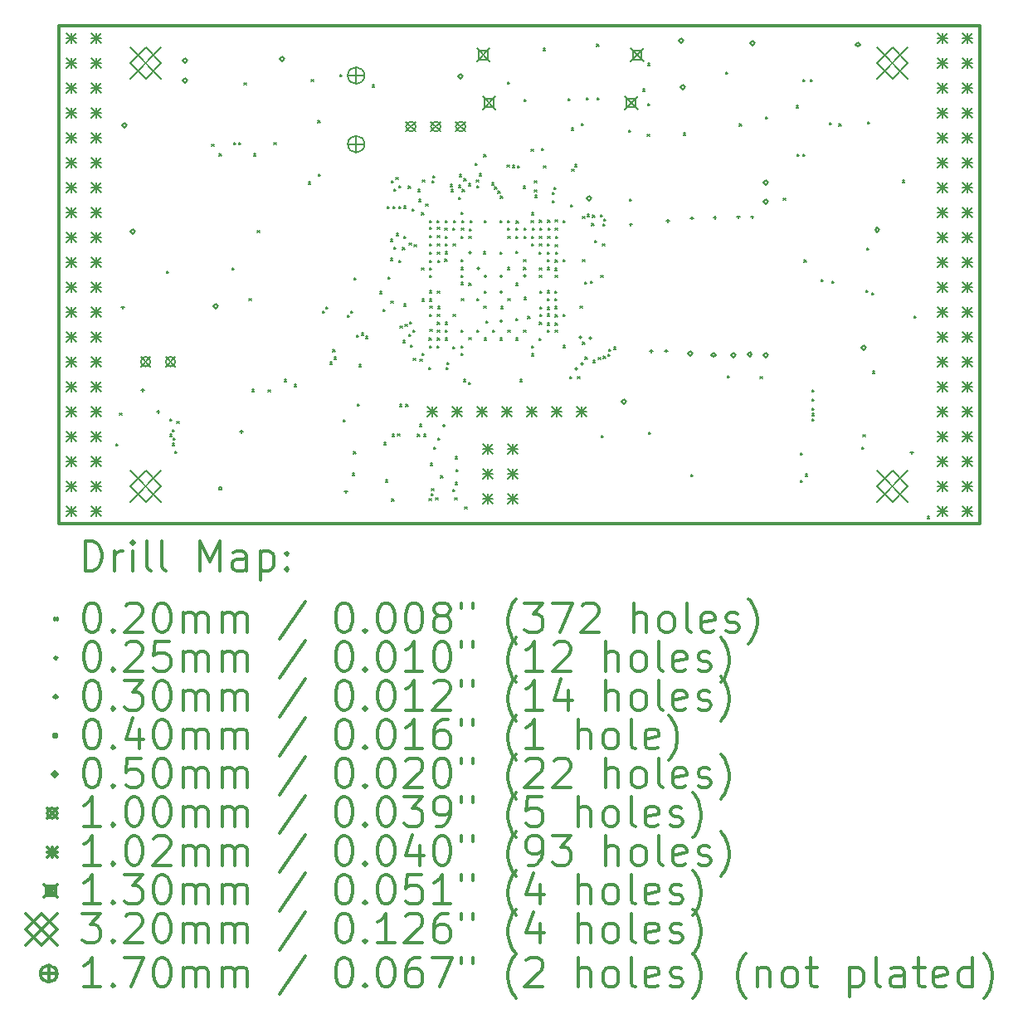
<source format=gbr>
%FSLAX45Y45*%
G04 Gerber Fmt 4.5, Leading zero omitted, Abs format (unit mm)*
G04 Created by KiCad (PCBNEW 5.0.0-rc2-dev-unknown+dfsg1+20180318-2) date Mon Jun  4 00:15:24 2018*
%MOMM*%
%LPD*%
G01*
G04 APERTURE LIST*
%ADD10C,0.300000*%
%ADD11C,0.200000*%
G04 APERTURE END LIST*
D10*
X9410000Y-6142000D02*
X9410000Y-11222000D01*
X18808000Y-6142000D02*
X9410000Y-6142000D01*
X18808000Y-11222000D02*
X18808000Y-6142000D01*
X9410000Y-11222000D02*
X18808000Y-11222000D01*
D11*
X9998000Y-10410000D02*
X10018000Y-10430000D01*
X10018000Y-10410000D02*
X9998000Y-10430000D01*
X10035000Y-10094400D02*
X10055000Y-10114400D01*
X10055000Y-10094400D02*
X10035000Y-10114400D01*
X10514501Y-8649556D02*
X10534501Y-8669556D01*
X10534501Y-8649556D02*
X10514501Y-8669556D01*
X10545314Y-10310867D02*
X10565314Y-10330867D01*
X10565314Y-10310867D02*
X10545314Y-10330867D01*
X10547276Y-10156132D02*
X10567276Y-10176132D01*
X10567276Y-10156132D02*
X10547276Y-10176132D01*
X10574100Y-10266721D02*
X10594100Y-10286721D01*
X10594100Y-10266721D02*
X10574100Y-10286721D01*
X10574777Y-10403885D02*
X10594777Y-10423885D01*
X10594777Y-10403885D02*
X10574777Y-10423885D01*
X10579048Y-10351357D02*
X10599048Y-10371357D01*
X10599048Y-10351357D02*
X10579048Y-10371357D01*
X10598875Y-10487404D02*
X10618875Y-10507404D01*
X10618875Y-10487404D02*
X10598875Y-10507404D01*
X10617613Y-10179347D02*
X10637613Y-10199347D01*
X10637613Y-10179347D02*
X10617613Y-10199347D01*
X10974000Y-7352000D02*
X10994000Y-7372000D01*
X10994000Y-7352000D02*
X10974000Y-7372000D01*
X11049908Y-7448938D02*
X11069908Y-7468938D01*
X11069908Y-7448938D02*
X11049908Y-7468938D01*
X11179522Y-8615379D02*
X11199522Y-8635379D01*
X11199522Y-8615379D02*
X11179522Y-8635379D01*
X11197485Y-7337442D02*
X11217485Y-7357442D01*
X11217485Y-7337442D02*
X11197485Y-7357442D01*
X11251427Y-7337442D02*
X11271427Y-7357442D01*
X11271427Y-7337442D02*
X11251427Y-7357442D01*
X11305725Y-6724363D02*
X11325725Y-6744363D01*
X11325725Y-6724363D02*
X11305725Y-6744363D01*
X11356061Y-8927572D02*
X11376061Y-8947572D01*
X11376061Y-8927572D02*
X11356061Y-8947572D01*
X11382700Y-9854900D02*
X11402700Y-9874900D01*
X11402700Y-9854900D02*
X11382700Y-9874900D01*
X11400408Y-7451220D02*
X11420408Y-7471220D01*
X11420408Y-7451220D02*
X11400408Y-7471220D01*
X11441393Y-8230943D02*
X11461393Y-8250943D01*
X11461393Y-8230943D02*
X11441393Y-8250943D01*
X11549396Y-9856496D02*
X11569396Y-9876496D01*
X11569396Y-9856496D02*
X11549396Y-9876496D01*
X11609800Y-7337442D02*
X11629800Y-7357442D01*
X11629800Y-7337442D02*
X11609800Y-7357442D01*
X11712900Y-9753301D02*
X11732900Y-9773301D01*
X11732900Y-9753301D02*
X11712900Y-9773301D01*
X11814500Y-9804100D02*
X11834500Y-9824100D01*
X11834500Y-9804100D02*
X11814500Y-9824100D01*
X11959215Y-7739412D02*
X11979215Y-7759412D01*
X11979215Y-7739412D02*
X11959215Y-7759412D01*
X11990800Y-6690800D02*
X12010800Y-6710800D01*
X12010800Y-6690800D02*
X11990800Y-6710800D01*
X12056498Y-7112736D02*
X12076498Y-7132736D01*
X12076498Y-7112736D02*
X12056498Y-7132736D01*
X12063993Y-7659408D02*
X12083993Y-7679408D01*
X12083993Y-7659408D02*
X12063993Y-7679408D01*
X12106600Y-9054800D02*
X12126600Y-9074800D01*
X12126600Y-9054800D02*
X12106600Y-9074800D01*
X12139415Y-9013562D02*
X12159415Y-9033562D01*
X12159415Y-9013562D02*
X12139415Y-9033562D01*
X12182800Y-9575500D02*
X12202800Y-9595500D01*
X12202800Y-9575500D02*
X12182800Y-9595500D01*
X12210364Y-9448538D02*
X12230364Y-9468538D01*
X12230364Y-9448538D02*
X12210364Y-9468538D01*
X12220900Y-9524700D02*
X12240900Y-9544700D01*
X12240900Y-9524700D02*
X12220900Y-9544700D01*
X12282618Y-6643232D02*
X12302618Y-6663232D01*
X12302618Y-6643232D02*
X12282618Y-6663232D01*
X12317388Y-10161592D02*
X12337388Y-10181592D01*
X12337388Y-10161592D02*
X12317388Y-10181592D01*
X12360966Y-9096472D02*
X12380966Y-9116472D01*
X12380966Y-9096472D02*
X12360966Y-9116472D01*
X12391502Y-9053519D02*
X12411502Y-9073519D01*
X12411502Y-9053519D02*
X12391502Y-9073519D01*
X12410242Y-10710764D02*
X12430242Y-10730764D01*
X12430242Y-10710764D02*
X12410242Y-10730764D01*
X12422216Y-10490236D02*
X12442216Y-10510236D01*
X12442216Y-10490236D02*
X12422216Y-10510236D01*
X12426118Y-8717437D02*
X12446118Y-8737437D01*
X12446118Y-8717437D02*
X12426118Y-8737437D01*
X12426118Y-8717437D02*
X12446118Y-8737437D01*
X12446118Y-8717437D02*
X12426118Y-8737437D01*
X12453269Y-9302035D02*
X12473269Y-9322035D01*
X12473269Y-9302035D02*
X12453269Y-9322035D01*
X12460744Y-10002698D02*
X12480744Y-10022698D01*
X12480744Y-10002698D02*
X12460744Y-10022698D01*
X12474902Y-9600287D02*
X12494902Y-9620287D01*
X12494902Y-9600287D02*
X12474902Y-9620287D01*
X12501033Y-9279764D02*
X12521033Y-9299764D01*
X12521033Y-9279764D02*
X12501033Y-9299764D01*
X12542510Y-9313676D02*
X12562510Y-9333676D01*
X12562510Y-9313676D02*
X12542510Y-9333676D01*
X12610450Y-6748537D02*
X12630450Y-6768537D01*
X12630450Y-6748537D02*
X12610450Y-6768537D01*
X12687018Y-8855931D02*
X12707018Y-8875931D01*
X12707018Y-8855931D02*
X12687018Y-8875931D01*
X12720111Y-9035435D02*
X12740111Y-9055435D01*
X12740111Y-9035435D02*
X12720111Y-9055435D01*
X12731909Y-10397773D02*
X12751909Y-10417773D01*
X12751909Y-10397773D02*
X12731909Y-10417773D01*
X12748660Y-10777504D02*
X12768660Y-10797504D01*
X12768660Y-10777504D02*
X12748660Y-10797504D01*
X12764988Y-7989114D02*
X12784988Y-8009114D01*
X12784988Y-7989114D02*
X12764988Y-8009114D01*
X12771035Y-8708207D02*
X12791035Y-8728207D01*
X12791035Y-8708207D02*
X12771035Y-8728207D01*
X12796207Y-8322888D02*
X12816207Y-8342888D01*
X12816207Y-8322888D02*
X12796207Y-8342888D01*
X12799179Y-8517702D02*
X12819179Y-8537702D01*
X12819179Y-8517702D02*
X12799179Y-8537702D01*
X12803679Y-8951152D02*
X12823679Y-8971152D01*
X12823679Y-8951152D02*
X12803679Y-8971152D01*
X12805201Y-7723267D02*
X12825201Y-7743267D01*
X12825201Y-7723267D02*
X12805201Y-7743267D01*
X12811634Y-10971333D02*
X12831634Y-10991333D01*
X12831634Y-10971333D02*
X12811634Y-10991333D01*
X12814780Y-10310898D02*
X12834780Y-10330898D01*
X12834780Y-10310898D02*
X12814780Y-10330898D01*
X12822879Y-7985310D02*
X12842879Y-8005310D01*
X12842879Y-7985310D02*
X12822879Y-8005310D01*
X12834680Y-7807951D02*
X12854680Y-7827951D01*
X12854680Y-7807951D02*
X12834680Y-7827951D01*
X12835268Y-8401687D02*
X12855268Y-8421687D01*
X12855268Y-8401687D02*
X12835268Y-8421687D01*
X12854493Y-7691566D02*
X12874493Y-7711566D01*
X12874493Y-7691566D02*
X12854493Y-7711566D01*
X12859178Y-8263722D02*
X12879178Y-8283722D01*
X12879178Y-8263722D02*
X12859178Y-8283722D01*
X12870682Y-10308590D02*
X12890682Y-10328590D01*
X12890682Y-10308590D02*
X12870682Y-10328590D01*
X12880857Y-7988548D02*
X12900857Y-8008548D01*
X12900857Y-7988548D02*
X12880857Y-8008548D01*
X12881301Y-8540585D02*
X12901301Y-8560585D01*
X12901301Y-8540585D02*
X12881301Y-8560585D01*
X12886175Y-7777882D02*
X12906175Y-7797882D01*
X12906175Y-7777882D02*
X12886175Y-7797882D01*
X12890520Y-10007480D02*
X12910520Y-10027480D01*
X12910520Y-10007480D02*
X12890520Y-10027480D01*
X12895573Y-9206272D02*
X12915573Y-9226272D01*
X12915573Y-9206272D02*
X12895573Y-9226272D01*
X12920256Y-8405350D02*
X12940256Y-8425350D01*
X12940256Y-8405350D02*
X12920256Y-8425350D01*
X12926203Y-9354578D02*
X12946203Y-9374578D01*
X12946203Y-9354578D02*
X12926203Y-9374578D01*
X12933760Y-7984679D02*
X12953760Y-8004679D01*
X12953760Y-7984679D02*
X12933760Y-8004679D01*
X12934924Y-8983794D02*
X12954924Y-9003794D01*
X12954924Y-8983794D02*
X12934924Y-9003794D01*
X12935809Y-8290406D02*
X12955809Y-8310406D01*
X12955809Y-8290406D02*
X12935809Y-8310406D01*
X12946857Y-9190566D02*
X12966857Y-9210566D01*
X12966857Y-9190566D02*
X12946857Y-9210566D01*
X12956000Y-10005500D02*
X12976000Y-10025500D01*
X12976000Y-10005500D02*
X12956000Y-10025500D01*
X12982095Y-7781082D02*
X13002095Y-7801082D01*
X13002095Y-7781082D02*
X12982095Y-7801082D01*
X12987271Y-9293510D02*
X13007271Y-9313510D01*
X13007271Y-9293510D02*
X12987271Y-9313510D01*
X12989202Y-8359151D02*
X13009202Y-8379151D01*
X13009202Y-8359151D02*
X12989202Y-8379151D01*
X12991955Y-9163298D02*
X13011955Y-9183298D01*
X13011955Y-9163298D02*
X12991955Y-9183298D01*
X13002337Y-9402267D02*
X13022337Y-9422267D01*
X13022337Y-9402267D02*
X13002337Y-9422267D01*
X13017215Y-8013821D02*
X13037215Y-8033821D01*
X13037215Y-8013821D02*
X13017215Y-8033821D01*
X13028454Y-9248473D02*
X13048454Y-9268473D01*
X13048454Y-9248473D02*
X13028454Y-9268473D01*
X13032200Y-9535600D02*
X13052200Y-9555600D01*
X13052200Y-9535600D02*
X13032200Y-9555600D01*
X13038793Y-8376986D02*
X13058793Y-8396986D01*
X13058793Y-8376986D02*
X13038793Y-8396986D01*
X13073948Y-10310899D02*
X13093948Y-10330899D01*
X13093948Y-10310899D02*
X13073948Y-10330899D01*
X13077859Y-7815329D02*
X13097859Y-7835329D01*
X13097859Y-7815329D02*
X13077859Y-7835329D01*
X13085264Y-7914901D02*
X13105264Y-7934901D01*
X13105264Y-7914901D02*
X13085264Y-7934901D01*
X13093907Y-10208700D02*
X13113907Y-10228700D01*
X13113907Y-10208700D02*
X13093907Y-10228700D01*
X13098471Y-9546418D02*
X13118471Y-9566418D01*
X13118471Y-9546418D02*
X13098471Y-9566418D01*
X13116430Y-8612711D02*
X13136430Y-8632711D01*
X13136430Y-8612711D02*
X13116430Y-8632711D01*
X13116518Y-8052178D02*
X13136518Y-8072178D01*
X13136518Y-8052178D02*
X13116518Y-8072178D01*
X13117950Y-8930733D02*
X13137950Y-8950733D01*
X13137950Y-8930733D02*
X13117950Y-8950733D01*
X13121616Y-9485914D02*
X13141616Y-9505914D01*
X13141616Y-9485914D02*
X13121616Y-9505914D01*
X13125345Y-7716470D02*
X13145345Y-7736470D01*
X13145345Y-7716470D02*
X13125345Y-7736470D01*
X13135385Y-10310829D02*
X13155385Y-10330829D01*
X13155385Y-10310829D02*
X13135385Y-10330829D01*
X13157757Y-7959799D02*
X13177757Y-7979799D01*
X13177757Y-7959799D02*
X13157757Y-7979799D01*
X13188633Y-9630479D02*
X13208633Y-9650479D01*
X13208633Y-9630479D02*
X13188633Y-9650479D01*
X13192441Y-10966678D02*
X13212441Y-10986678D01*
X13212441Y-10966678D02*
X13192441Y-10986678D01*
X13193199Y-9330000D02*
X13213199Y-9350000D01*
X13213199Y-9330000D02*
X13193199Y-9350000D01*
X13197562Y-8931064D02*
X13217562Y-8951064D01*
X13217562Y-8931064D02*
X13197562Y-8951064D01*
X13197734Y-9090201D02*
X13217734Y-9110201D01*
X13217734Y-9090201D02*
X13197734Y-9110201D01*
X13197902Y-8284734D02*
X13217902Y-8304734D01*
X13217902Y-8284734D02*
X13197902Y-8304734D01*
X13197999Y-8200333D02*
X13217999Y-8220333D01*
X13217999Y-8200333D02*
X13197999Y-8220333D01*
X13198000Y-8690000D02*
X13218000Y-8710000D01*
X13218000Y-8690000D02*
X13198000Y-8710000D01*
X13198000Y-9410000D02*
X13218000Y-9430000D01*
X13218000Y-9410000D02*
X13198000Y-9430000D01*
X13198303Y-8616041D02*
X13218303Y-8636041D01*
X13218303Y-8616041D02*
X13198303Y-8636041D01*
X13198368Y-8369136D02*
X13218368Y-8389136D01*
X13218368Y-8369136D02*
X13198368Y-8389136D01*
X13198405Y-8845827D02*
X13218405Y-8865827D01*
X13218405Y-8845827D02*
X13198405Y-8865827D01*
X13198801Y-8130801D02*
X13218801Y-8150801D01*
X13218801Y-8130801D02*
X13198801Y-8150801D01*
X13198979Y-8537938D02*
X13218979Y-8557938D01*
X13218979Y-8537938D02*
X13198979Y-8557938D01*
X13199289Y-8453537D02*
X13219289Y-8473537D01*
X13219289Y-8453537D02*
X13199289Y-8473537D01*
X13200000Y-9005799D02*
X13220000Y-9025799D01*
X13220000Y-9005799D02*
X13200000Y-9025799D01*
X13201075Y-9242748D02*
X13221075Y-9262748D01*
X13221075Y-9242748D02*
X13201075Y-9262748D01*
X13206286Y-10608587D02*
X13226286Y-10628587D01*
X13226286Y-10608587D02*
X13206286Y-10628587D01*
X13211973Y-10917729D02*
X13231973Y-10937729D01*
X13231973Y-10917729D02*
X13211973Y-10937729D01*
X13218587Y-10865445D02*
X13238587Y-10885445D01*
X13238587Y-10865445D02*
X13218587Y-10885445D01*
X13220903Y-7724256D02*
X13240903Y-7744256D01*
X13240903Y-7724256D02*
X13220903Y-7744256D01*
X13232873Y-7672932D02*
X13252873Y-7692932D01*
X13252873Y-7672932D02*
X13232873Y-7692932D01*
X13236800Y-10440341D02*
X13256800Y-10460341D01*
X13256800Y-10440341D02*
X13236800Y-10460341D01*
X13260800Y-10958000D02*
X13280800Y-10978000D01*
X13280800Y-10958000D02*
X13260800Y-10978000D01*
X13272048Y-8130098D02*
X13292048Y-8150098D01*
X13292048Y-8130098D02*
X13272048Y-8150098D01*
X13274623Y-9409707D02*
X13294623Y-9429707D01*
X13294623Y-9409707D02*
X13274623Y-9429707D01*
X13277261Y-8284735D02*
X13297261Y-8304735D01*
X13297261Y-8284735D02*
X13277261Y-8304735D01*
X13278000Y-8200334D02*
X13298000Y-8220334D01*
X13298000Y-8200334D02*
X13278000Y-8220334D01*
X13278000Y-8850000D02*
X13298000Y-8870000D01*
X13298000Y-8850000D02*
X13278000Y-8870000D01*
X13278000Y-9090000D02*
X13298000Y-9110000D01*
X13298000Y-9090000D02*
X13278000Y-9110000D01*
X13278000Y-9170000D02*
X13298000Y-9190000D01*
X13298000Y-9170000D02*
X13278000Y-9190000D01*
X13278000Y-9250000D02*
X13298000Y-9270000D01*
X13298000Y-9250000D02*
X13278000Y-9270000D01*
X13278000Y-9330000D02*
X13298000Y-9350000D01*
X13298000Y-9330000D02*
X13278000Y-9350000D01*
X13278175Y-8369136D02*
X13298175Y-8389136D01*
X13298175Y-8369136D02*
X13278175Y-8389136D01*
X13278218Y-8453537D02*
X13298218Y-8473537D01*
X13298218Y-8453537D02*
X13278218Y-8473537D01*
X13279688Y-8536938D02*
X13299688Y-8556938D01*
X13299688Y-8536938D02*
X13279688Y-8556938D01*
X13280000Y-9008000D02*
X13300000Y-9028000D01*
X13300000Y-9008000D02*
X13280000Y-9028000D01*
X13282849Y-10350134D02*
X13302849Y-10370134D01*
X13302849Y-10350134D02*
X13282849Y-10370134D01*
X13311600Y-10736500D02*
X13331600Y-10756500D01*
X13331600Y-10736500D02*
X13311600Y-10756500D01*
X13352314Y-8526642D02*
X13372314Y-8546642D01*
X13372314Y-8526642D02*
X13352314Y-8546642D01*
X13354839Y-8209060D02*
X13374839Y-8229060D01*
X13374839Y-8209060D02*
X13354839Y-8229060D01*
X13356449Y-8131468D02*
X13376449Y-8151468D01*
X13376449Y-8131468D02*
X13356449Y-8151468D01*
X13357194Y-8449520D02*
X13377194Y-8469520D01*
X13377194Y-8449520D02*
X13357194Y-8469520D01*
X13358000Y-8290000D02*
X13378000Y-8310000D01*
X13378000Y-8290000D02*
X13358000Y-8310000D01*
X13358000Y-8370000D02*
X13378000Y-8390000D01*
X13378000Y-8370000D02*
X13358000Y-8390000D01*
X13358000Y-9170000D02*
X13378000Y-9190000D01*
X13378000Y-9170000D02*
X13358000Y-9190000D01*
X13358000Y-9250000D02*
X13378000Y-9270000D01*
X13378000Y-9250000D02*
X13358000Y-9270000D01*
X13358548Y-9330230D02*
X13378548Y-9350230D01*
X13378548Y-9330230D02*
X13358548Y-9350230D01*
X13366285Y-9629515D02*
X13386285Y-9649515D01*
X13386285Y-9629515D02*
X13366285Y-9649515D01*
X13375239Y-9577580D02*
X13395239Y-9597580D01*
X13395239Y-9577580D02*
X13375239Y-9597580D01*
X13407730Y-7762109D02*
X13427730Y-7782109D01*
X13427730Y-7762109D02*
X13407730Y-7782109D01*
X13415018Y-7815381D02*
X13435018Y-7835381D01*
X13435018Y-7815381D02*
X13415018Y-7835381D01*
X13433398Y-8208015D02*
X13453398Y-8228015D01*
X13453398Y-8208015D02*
X13433398Y-8228015D01*
X13435582Y-9416717D02*
X13455582Y-9436717D01*
X13455582Y-9416717D02*
X13435582Y-9436717D01*
X13436400Y-10874197D02*
X13456400Y-10894197D01*
X13456400Y-10874197D02*
X13436400Y-10894197D01*
X13438000Y-8370000D02*
X13458000Y-8390000D01*
X13458000Y-8370000D02*
X13438000Y-8390000D01*
X13438000Y-9090000D02*
X13458000Y-9110000D01*
X13458000Y-9090000D02*
X13438000Y-9110000D01*
X13440850Y-8130675D02*
X13460850Y-8150675D01*
X13460850Y-8130675D02*
X13440850Y-8150675D01*
X13453687Y-10961995D02*
X13473687Y-10981995D01*
X13473687Y-10961995D02*
X13453687Y-10981995D01*
X13457587Y-10803159D02*
X13477587Y-10823159D01*
X13477587Y-10803159D02*
X13457587Y-10823159D01*
X13460735Y-10540845D02*
X13480735Y-10560845D01*
X13480735Y-10540845D02*
X13460735Y-10560845D01*
X13465065Y-10671051D02*
X13485065Y-10691051D01*
X13485065Y-10671051D02*
X13465065Y-10691051D01*
X13492132Y-7892495D02*
X13512132Y-7912495D01*
X13512132Y-7892495D02*
X13492132Y-7912495D01*
X13493478Y-7773120D02*
X13513478Y-7793120D01*
X13513478Y-7773120D02*
X13493478Y-7793120D01*
X13502968Y-7663013D02*
X13522968Y-7683013D01*
X13522968Y-7663013D02*
X13502968Y-7683013D01*
X13516300Y-8762700D02*
X13536300Y-8782700D01*
X13536300Y-8762700D02*
X13516300Y-8782700D01*
X13518000Y-8292201D02*
X13538000Y-8312201D01*
X13538000Y-8292201D02*
X13518000Y-8312201D01*
X13518000Y-8530000D02*
X13538000Y-8550000D01*
X13538000Y-8530000D02*
X13518000Y-8550000D01*
X13518000Y-8610000D02*
X13538000Y-8630000D01*
X13538000Y-8610000D02*
X13518000Y-8630000D01*
X13518000Y-8690000D02*
X13538000Y-8710000D01*
X13538000Y-8690000D02*
X13518000Y-8710000D01*
X13518000Y-9250000D02*
X13538000Y-9270000D01*
X13538000Y-9250000D02*
X13518000Y-9270000D01*
X13518128Y-8048312D02*
X13538128Y-8068312D01*
X13538128Y-8048312D02*
X13518128Y-8068312D01*
X13518463Y-9488530D02*
X13538463Y-9508530D01*
X13538463Y-9488530D02*
X13518463Y-9508530D01*
X13518862Y-9412562D02*
X13538862Y-9432562D01*
X13538862Y-9412562D02*
X13518862Y-9432562D01*
X13521538Y-8209385D02*
X13541538Y-8229385D01*
X13541538Y-8209385D02*
X13521538Y-8229385D01*
X13524276Y-8928163D02*
X13544276Y-8948163D01*
X13544276Y-8928163D02*
X13524276Y-8948163D01*
X13525957Y-8129544D02*
X13545957Y-8149544D01*
X13545957Y-8129544D02*
X13525957Y-8149544D01*
X13531439Y-7812965D02*
X13551439Y-7832965D01*
X13551439Y-7812965D02*
X13531439Y-7832965D01*
X13541700Y-9753300D02*
X13561700Y-9773300D01*
X13561700Y-9753300D02*
X13541700Y-9773300D01*
X13548770Y-7704070D02*
X13568770Y-7724070D01*
X13568770Y-7704070D02*
X13548770Y-7724070D01*
X13555656Y-11051071D02*
X13575656Y-11071071D01*
X13575656Y-11051071D02*
X13555656Y-11071071D01*
X13594882Y-7754550D02*
X13614882Y-7774550D01*
X13614882Y-7754550D02*
X13594882Y-7774550D01*
X13595027Y-9781423D02*
X13615027Y-9801423D01*
X13615027Y-9781423D02*
X13595027Y-9801423D01*
X13598000Y-8290000D02*
X13618000Y-8310000D01*
X13618000Y-8290000D02*
X13598000Y-8310000D01*
X13598000Y-8770000D02*
X13618000Y-8790000D01*
X13618000Y-8770000D02*
X13598000Y-8790000D01*
X13599596Y-9326965D02*
X13619596Y-9346965D01*
X13619596Y-9326965D02*
X13599596Y-9346965D01*
X13602455Y-8216004D02*
X13622455Y-8236004D01*
X13622455Y-8216004D02*
X13602455Y-8236004D01*
X13613334Y-8133723D02*
X13633334Y-8153723D01*
X13633334Y-8133723D02*
X13613334Y-8153723D01*
X13664259Y-7547941D02*
X13684259Y-7567941D01*
X13684259Y-7547941D02*
X13664259Y-7567941D01*
X13676320Y-7718760D02*
X13696320Y-7738760D01*
X13696320Y-7718760D02*
X13676320Y-7738760D01*
X13678000Y-8930000D02*
X13698000Y-8950000D01*
X13698000Y-8930000D02*
X13678000Y-8950000D01*
X13678000Y-9250000D02*
X13698000Y-9270000D01*
X13698000Y-9250000D02*
X13678000Y-9270000D01*
X13679461Y-7776107D02*
X13699461Y-7796107D01*
X13699461Y-7776107D02*
X13679461Y-7796107D01*
X13707437Y-7652487D02*
X13727437Y-7672487D01*
X13727437Y-7652487D02*
X13707437Y-7672487D01*
X13745078Y-8447729D02*
X13765078Y-8467729D01*
X13765078Y-8447729D02*
X13745078Y-8467729D01*
X13752489Y-9002290D02*
X13772489Y-9022290D01*
X13772489Y-9002290D02*
X13752489Y-9022290D01*
X13752520Y-7459680D02*
X13772520Y-7479680D01*
X13772520Y-7459680D02*
X13752520Y-7479680D01*
X13758000Y-8130000D02*
X13778000Y-8150000D01*
X13778000Y-8130000D02*
X13758000Y-8150000D01*
X13758000Y-8850000D02*
X13778000Y-8870000D01*
X13778000Y-8850000D02*
X13758000Y-8870000D01*
X13758000Y-9330000D02*
X13778000Y-9350000D01*
X13778000Y-9330000D02*
X13758000Y-9350000D01*
X13770300Y-9156400D02*
X13790300Y-9176400D01*
X13790300Y-9156400D02*
X13770300Y-9176400D01*
X13830592Y-7745154D02*
X13850592Y-7765154D01*
X13850592Y-7745154D02*
X13830592Y-7765154D01*
X13838000Y-9250000D02*
X13858000Y-9270000D01*
X13858000Y-9250000D02*
X13838000Y-9270000D01*
X13862293Y-7788159D02*
X13882293Y-7808159D01*
X13882293Y-7788159D02*
X13862293Y-7808159D01*
X13893994Y-7831909D02*
X13913994Y-7851909D01*
X13913994Y-7831909D02*
X13893994Y-7851909D01*
X13917252Y-8451135D02*
X13937252Y-8471135D01*
X13937252Y-8451135D02*
X13917252Y-8471135D01*
X13918000Y-8130000D02*
X13938000Y-8150000D01*
X13938000Y-8130000D02*
X13918000Y-8150000D01*
X13918000Y-9330000D02*
X13938000Y-9350000D01*
X13938000Y-9330000D02*
X13918000Y-9350000D01*
X13921466Y-7881869D02*
X13941466Y-7901869D01*
X13941466Y-7881869D02*
X13921466Y-7901869D01*
X13922232Y-9006404D02*
X13942232Y-9026404D01*
X13942232Y-9006404D02*
X13922232Y-9026404D01*
X13989274Y-7564800D02*
X14009274Y-7584800D01*
X14009274Y-7564800D02*
X13989274Y-7584800D01*
X13991460Y-8609297D02*
X14011460Y-8629297D01*
X14011460Y-8609297D02*
X13991460Y-8629297D01*
X13992898Y-8130000D02*
X14012898Y-8150000D01*
X14012898Y-8130000D02*
X13992898Y-8150000D01*
X13992898Y-8210000D02*
X14012898Y-8230000D01*
X14012898Y-8210000D02*
X13992898Y-8230000D01*
X13993243Y-6718693D02*
X14013243Y-6738693D01*
X14013243Y-6718693D02*
X13993243Y-6738693D01*
X13996000Y-8292000D02*
X14016000Y-8312000D01*
X14016000Y-8292000D02*
X13996000Y-8312000D01*
X13998000Y-8930000D02*
X14018000Y-8950000D01*
X14018000Y-8930000D02*
X13998000Y-8950000D01*
X13998000Y-9250000D02*
X14018000Y-9270000D01*
X14018000Y-9250000D02*
X13998000Y-9270000D01*
X14041773Y-7569399D02*
X14061773Y-7589399D01*
X14061773Y-7569399D02*
X14041773Y-7589399D01*
X14076133Y-8294127D02*
X14096133Y-8314127D01*
X14096133Y-8294127D02*
X14076133Y-8314127D01*
X14077299Y-8207716D02*
X14097299Y-8227716D01*
X14097299Y-8207716D02*
X14077299Y-8227716D01*
X14077419Y-9133335D02*
X14097419Y-9153335D01*
X14097419Y-9133335D02*
X14077419Y-9153335D01*
X14077693Y-8445254D02*
X14097693Y-8465254D01*
X14097693Y-8445254D02*
X14077693Y-8465254D01*
X14078000Y-9330000D02*
X14098000Y-9350000D01*
X14098000Y-9330000D02*
X14078000Y-9350000D01*
X14079623Y-8771623D02*
X14099623Y-8791623D01*
X14099623Y-8771623D02*
X14079623Y-8791623D01*
X14082264Y-8134744D02*
X14102264Y-8154744D01*
X14102264Y-8134744D02*
X14082264Y-8154744D01*
X14094211Y-7574661D02*
X14114211Y-7594661D01*
X14114211Y-7574661D02*
X14094211Y-7594661D01*
X14118066Y-9754201D02*
X14138066Y-9774201D01*
X14138066Y-9754201D02*
X14118066Y-9774201D01*
X14152481Y-7781450D02*
X14172481Y-7801450D01*
X14172481Y-7781450D02*
X14152481Y-7801450D01*
X14158000Y-8530000D02*
X14178000Y-8550000D01*
X14178000Y-8530000D02*
X14158000Y-8550000D01*
X14158000Y-8610000D02*
X14178000Y-8630000D01*
X14178000Y-8610000D02*
X14158000Y-8630000D01*
X14158000Y-9250000D02*
X14178000Y-9270000D01*
X14178000Y-9250000D02*
X14158000Y-9270000D01*
X14162701Y-8209494D02*
X14182701Y-8229494D01*
X14182701Y-8209494D02*
X14162701Y-8229494D01*
X14162701Y-8289887D02*
X14182701Y-8309887D01*
X14182701Y-8289887D02*
X14162701Y-8309887D01*
X14164000Y-8915099D02*
X14184000Y-8935099D01*
X14184000Y-8915099D02*
X14164000Y-8935099D01*
X14164285Y-6893836D02*
X14184285Y-6913836D01*
X14184285Y-6893836D02*
X14164285Y-6913836D01*
X14200722Y-9110102D02*
X14220722Y-9130102D01*
X14220722Y-9110102D02*
X14200722Y-9130102D01*
X14233699Y-7403800D02*
X14253699Y-7423800D01*
X14253699Y-7403800D02*
X14233699Y-7423800D01*
X14235032Y-8132000D02*
X14255032Y-8152000D01*
X14255032Y-8132000D02*
X14235032Y-8152000D01*
X14236000Y-8052000D02*
X14256000Y-8072000D01*
X14256000Y-8052000D02*
X14236000Y-8072000D01*
X14236000Y-8292000D02*
X14256000Y-8312000D01*
X14256000Y-8292000D02*
X14236000Y-8312000D01*
X14238000Y-8370000D02*
X14258000Y-8390000D01*
X14258000Y-8370000D02*
X14238000Y-8390000D01*
X14238000Y-9410000D02*
X14258000Y-9430000D01*
X14258000Y-9410000D02*
X14238000Y-9430000D01*
X14238000Y-9490000D02*
X14258000Y-9510000D01*
X14258000Y-9490000D02*
X14238000Y-9510000D01*
X14247102Y-8210435D02*
X14267102Y-8230435D01*
X14267102Y-8210435D02*
X14247102Y-8230435D01*
X14268441Y-7818307D02*
X14288441Y-7838307D01*
X14288441Y-7818307D02*
X14268441Y-7838307D01*
X14268583Y-7724192D02*
X14288583Y-7744192D01*
X14288583Y-7724192D02*
X14268583Y-7744192D01*
X14271130Y-7874603D02*
X14291130Y-7894603D01*
X14291130Y-7874603D02*
X14271130Y-7894603D01*
X14316000Y-8452000D02*
X14336000Y-8472000D01*
X14336000Y-8452000D02*
X14316000Y-8472000D01*
X14316969Y-9331491D02*
X14336969Y-9351491D01*
X14336969Y-9331491D02*
X14316969Y-9351491D01*
X14318000Y-8370000D02*
X14338000Y-8390000D01*
X14338000Y-8370000D02*
X14318000Y-8390000D01*
X14318000Y-8690000D02*
X14338000Y-8710000D01*
X14338000Y-8690000D02*
X14318000Y-8710000D01*
X14318000Y-9170000D02*
X14338000Y-9190000D01*
X14338000Y-9170000D02*
X14318000Y-9190000D01*
X14318740Y-8294201D02*
X14338740Y-8314201D01*
X14338740Y-8294201D02*
X14318740Y-8314201D01*
X14319433Y-8127729D02*
X14339433Y-8147729D01*
X14339433Y-8127729D02*
X14319433Y-8147729D01*
X14320000Y-8612000D02*
X14340000Y-8632000D01*
X14340000Y-8612000D02*
X14320000Y-8632000D01*
X14322201Y-8849503D02*
X14342201Y-8869503D01*
X14342201Y-8849503D02*
X14322201Y-8869503D01*
X14322201Y-9010195D02*
X14342201Y-9030195D01*
X14342201Y-9010195D02*
X14322201Y-9030195D01*
X14322201Y-9090066D02*
X14342201Y-9110066D01*
X14342201Y-9090066D02*
X14322201Y-9110066D01*
X14323265Y-8209799D02*
X14343265Y-8229799D01*
X14343265Y-8209799D02*
X14323265Y-8229799D01*
X14341800Y-7397450D02*
X14361800Y-7417450D01*
X14361800Y-7397450D02*
X14341800Y-7417450D01*
X14355067Y-6376252D02*
X14375067Y-6396252D01*
X14375067Y-6376252D02*
X14355067Y-6396252D01*
X14360888Y-7571730D02*
X14380888Y-7591730D01*
X14380888Y-7571730D02*
X14360888Y-7591730D01*
X14396483Y-9177765D02*
X14416483Y-9197765D01*
X14416483Y-9177765D02*
X14396483Y-9197765D01*
X14397624Y-8929530D02*
X14417624Y-8949530D01*
X14417624Y-8929530D02*
X14397624Y-8949530D01*
X14397701Y-9016697D02*
X14417701Y-9036697D01*
X14417701Y-9016697D02*
X14397701Y-9036697D01*
X14398000Y-8610000D02*
X14418000Y-8630000D01*
X14418000Y-8610000D02*
X14398000Y-8630000D01*
X14398000Y-9085650D02*
X14418000Y-9105650D01*
X14418000Y-9085650D02*
X14398000Y-9105650D01*
X14398283Y-8848451D02*
X14418283Y-8868451D01*
X14418283Y-8848451D02*
X14398283Y-8868451D01*
X14400201Y-8529722D02*
X14420201Y-8549722D01*
X14420201Y-8529722D02*
X14400201Y-8549722D01*
X14400319Y-8367799D02*
X14420319Y-8387799D01*
X14420319Y-8367799D02*
X14400319Y-8387799D01*
X14400350Y-8456040D02*
X14420350Y-8476040D01*
X14420350Y-8456040D02*
X14400350Y-8476040D01*
X14401325Y-9248876D02*
X14421325Y-9268876D01*
X14421325Y-9248876D02*
X14401325Y-9268876D01*
X14403141Y-8290000D02*
X14423141Y-8310000D01*
X14423141Y-8290000D02*
X14403141Y-8310000D01*
X14403835Y-8128377D02*
X14423835Y-8148377D01*
X14423835Y-8128377D02*
X14403835Y-8148377D01*
X14407666Y-8210000D02*
X14427666Y-8230000D01*
X14427666Y-8210000D02*
X14407666Y-8230000D01*
X14450634Y-7841735D02*
X14470634Y-7861735D01*
X14470634Y-7841735D02*
X14450634Y-7861735D01*
X14450634Y-7926136D02*
X14470634Y-7946136D01*
X14470634Y-7926136D02*
X14450634Y-7946136D01*
X14469153Y-7792394D02*
X14489153Y-7812394D01*
X14489153Y-7792394D02*
X14469153Y-7812394D01*
X14475676Y-8924990D02*
X14495676Y-8944990D01*
X14495676Y-8924990D02*
X14475676Y-8944990D01*
X14476724Y-9009392D02*
X14496724Y-9029392D01*
X14496724Y-9009392D02*
X14476724Y-9029392D01*
X14477515Y-8619275D02*
X14497515Y-8639275D01*
X14497515Y-8619275D02*
X14477515Y-8639275D01*
X14477765Y-8852201D02*
X14497765Y-8872201D01*
X14497765Y-8852201D02*
X14477765Y-8872201D01*
X14478235Y-9247799D02*
X14498235Y-9267799D01*
X14498235Y-9247799D02*
X14478235Y-9267799D01*
X14478778Y-8123192D02*
X14498778Y-8143192D01*
X14498778Y-8123192D02*
X14478778Y-8143192D01*
X14478812Y-8207593D02*
X14498812Y-8227593D01*
X14498812Y-8207593D02*
X14478812Y-8227593D01*
X14478935Y-8534874D02*
X14498935Y-8554874D01*
X14498935Y-8534874D02*
X14478935Y-8554874D01*
X14479160Y-9178194D02*
X14499160Y-9198194D01*
X14499160Y-9178194D02*
X14479160Y-9198194D01*
X14479432Y-8687756D02*
X14499432Y-8707756D01*
X14499432Y-8687756D02*
X14479432Y-8707756D01*
X14479670Y-8376395D02*
X14499670Y-8396395D01*
X14499670Y-8376395D02*
X14479670Y-8396395D01*
X14480294Y-9093793D02*
X14500294Y-9113793D01*
X14500294Y-9093793D02*
X14480294Y-9113793D01*
X14481241Y-8455796D02*
X14501241Y-8475796D01*
X14501241Y-8455796D02*
X14481241Y-8475796D01*
X14481689Y-8291994D02*
X14501689Y-8311994D01*
X14501689Y-8291994D02*
X14481689Y-8311994D01*
X14557281Y-8529606D02*
X14577281Y-8549606D01*
X14577281Y-8529606D02*
X14557281Y-8549606D01*
X14558000Y-8130512D02*
X14578000Y-8150512D01*
X14578000Y-8130512D02*
X14558000Y-8150512D01*
X14558739Y-9089665D02*
X14578739Y-9109665D01*
X14578739Y-9089665D02*
X14558739Y-9109665D01*
X14559124Y-9406675D02*
X14579124Y-9426675D01*
X14579124Y-9406675D02*
X14559124Y-9426675D01*
X14613342Y-6884608D02*
X14633342Y-6904608D01*
X14633342Y-6884608D02*
X14613342Y-6904608D01*
X14629479Y-9723392D02*
X14649479Y-9743392D01*
X14649479Y-9723392D02*
X14629479Y-9743392D01*
X14638141Y-7971938D02*
X14658141Y-7991938D01*
X14658141Y-7971938D02*
X14638141Y-7991938D01*
X14646600Y-7187900D02*
X14666600Y-7207900D01*
X14666600Y-7187900D02*
X14646600Y-7207900D01*
X14648744Y-7607406D02*
X14668744Y-7627406D01*
X14668744Y-7607406D02*
X14648744Y-7627406D01*
X14680980Y-7560789D02*
X14700980Y-7580789D01*
X14700980Y-7560789D02*
X14680980Y-7580789D01*
X14707598Y-9723392D02*
X14727598Y-9743392D01*
X14727598Y-9723392D02*
X14707598Y-9743392D01*
X14733095Y-9001248D02*
X14753095Y-9021248D01*
X14753095Y-9001248D02*
X14733095Y-9021248D01*
X14748200Y-7143450D02*
X14768200Y-7163450D01*
X14768200Y-7143450D02*
X14748200Y-7163450D01*
X14758739Y-8527409D02*
X14778739Y-8547409D01*
X14778739Y-8527409D02*
X14758739Y-8547409D01*
X14758831Y-8088311D02*
X14778831Y-8108311D01*
X14778831Y-8088311D02*
X14758831Y-8108311D01*
X14760000Y-9372000D02*
X14780000Y-9392000D01*
X14780000Y-9372000D02*
X14760000Y-9392000D01*
X14781079Y-8758342D02*
X14801079Y-8778342D01*
X14801079Y-8758342D02*
X14781079Y-8778342D01*
X14782886Y-9523902D02*
X14802886Y-9543902D01*
X14802886Y-9523902D02*
X14782886Y-9543902D01*
X14799000Y-6876750D02*
X14819000Y-6896750D01*
X14819000Y-6876750D02*
X14799000Y-6896750D01*
X14807525Y-8068155D02*
X14827525Y-8088155D01*
X14827525Y-8068155D02*
X14807525Y-8088155D01*
X14838354Y-8752346D02*
X14858354Y-8772346D01*
X14858354Y-8752346D02*
X14838354Y-8772346D01*
X14851066Y-8160586D02*
X14871066Y-8180586D01*
X14871066Y-8160586D02*
X14851066Y-8180586D01*
X14859611Y-8076185D02*
X14879611Y-8096185D01*
X14879611Y-8076185D02*
X14859611Y-8096185D01*
X14864798Y-9556963D02*
X14884798Y-9576963D01*
X14884798Y-9556963D02*
X14864798Y-9576963D01*
X14882151Y-8334201D02*
X14902151Y-8354201D01*
X14902151Y-8334201D02*
X14882151Y-8354201D01*
X14903412Y-6332405D02*
X14923412Y-6352405D01*
X14923412Y-6332405D02*
X14903412Y-6352405D01*
X14906950Y-6876750D02*
X14926950Y-6896750D01*
X14926950Y-6876750D02*
X14906950Y-6896750D01*
X14918439Y-9527799D02*
X14938439Y-9547799D01*
X14938439Y-9527799D02*
X14918439Y-9547799D01*
X14942722Y-8073801D02*
X14962722Y-8093801D01*
X14962722Y-8073801D02*
X14942722Y-8093801D01*
X14945314Y-8688944D02*
X14965314Y-8708944D01*
X14965314Y-8688944D02*
X14945314Y-8708944D01*
X14947728Y-10322085D02*
X14967728Y-10342085D01*
X14967728Y-10322085D02*
X14947728Y-10342085D01*
X14963249Y-8370769D02*
X14983249Y-8390769D01*
X14983249Y-8370769D02*
X14963249Y-8390769D01*
X14968729Y-8167499D02*
X14988729Y-8187499D01*
X14988729Y-8167499D02*
X14968729Y-8187499D01*
X14969589Y-9515108D02*
X14989589Y-9535108D01*
X14989589Y-9515108D02*
X14969589Y-9535108D01*
X14975319Y-8115211D02*
X14995319Y-8135211D01*
X14995319Y-8115211D02*
X14975319Y-8135211D01*
X15017890Y-9494025D02*
X15037890Y-9514025D01*
X15037890Y-9494025D02*
X15017890Y-9514025D01*
X15024597Y-9441753D02*
X15044597Y-9461753D01*
X15044597Y-9441753D02*
X15024597Y-9461753D01*
X15078921Y-9423257D02*
X15098921Y-9443257D01*
X15098921Y-9423257D02*
X15078921Y-9443257D01*
X15230800Y-7206950D02*
X15250800Y-7226950D01*
X15250800Y-7206950D02*
X15230800Y-7226950D01*
X15239707Y-7909347D02*
X15259707Y-7929347D01*
X15259707Y-7909347D02*
X15239707Y-7929347D01*
X15370500Y-6789627D02*
X15390500Y-6809627D01*
X15390500Y-6789627D02*
X15370500Y-6809627D01*
X15419800Y-7249600D02*
X15439800Y-7269600D01*
X15439800Y-7249600D02*
X15419800Y-7269600D01*
X15421300Y-6527500D02*
X15441300Y-6547500D01*
X15441300Y-6527500D02*
X15421300Y-6547500D01*
X15421300Y-6940250D02*
X15441300Y-6960250D01*
X15441300Y-6940250D02*
X15421300Y-6960250D01*
X15432558Y-10288777D02*
X15452558Y-10308777D01*
X15452558Y-10288777D02*
X15432558Y-10308777D01*
X15789600Y-7238700D02*
X15809600Y-7258700D01*
X15809600Y-7238700D02*
X15789600Y-7258700D01*
X15861665Y-10722518D02*
X15881665Y-10742518D01*
X15881665Y-10722518D02*
X15861665Y-10742518D01*
X16217147Y-6618496D02*
X16237147Y-6638496D01*
X16237147Y-6618496D02*
X16217147Y-6638496D01*
X16234100Y-9717000D02*
X16254100Y-9737000D01*
X16254100Y-9717000D02*
X16234100Y-9737000D01*
X16360322Y-7144216D02*
X16380322Y-7164216D01*
X16380322Y-7144216D02*
X16360322Y-7164216D01*
X16570337Y-9724488D02*
X16590337Y-9744488D01*
X16590337Y-9724488D02*
X16570337Y-9744488D01*
X16625348Y-7073546D02*
X16645348Y-7093546D01*
X16645348Y-7073546D02*
X16625348Y-7093546D01*
X16806644Y-7900804D02*
X16826644Y-7920804D01*
X16826644Y-7900804D02*
X16806644Y-7920804D01*
X16941704Y-6958649D02*
X16961704Y-6978649D01*
X16961704Y-6958649D02*
X16941704Y-6978649D01*
X16945300Y-7454600D02*
X16965300Y-7474600D01*
X16965300Y-7454600D02*
X16945300Y-7474600D01*
X16983400Y-10502600D02*
X17003400Y-10522600D01*
X17003400Y-10502600D02*
X16983400Y-10522600D01*
X16983400Y-10782000D02*
X17003400Y-10802000D01*
X17003400Y-10782000D02*
X16983400Y-10802000D01*
X17008800Y-6692600D02*
X17028800Y-6712600D01*
X17028800Y-6692600D02*
X17008800Y-6712600D01*
X17008800Y-7454600D02*
X17028800Y-7474600D01*
X17028800Y-7454600D02*
X17008800Y-7474600D01*
X17020954Y-8534153D02*
X17040954Y-8554153D01*
X17040954Y-8534153D02*
X17020954Y-8554153D01*
X17031101Y-10718620D02*
X17051101Y-10738620D01*
X17051101Y-10718620D02*
X17031101Y-10738620D01*
X17085000Y-6692600D02*
X17105000Y-6712600D01*
X17105000Y-6692600D02*
X17085000Y-6712600D01*
X17098912Y-9856600D02*
X17118912Y-9876600D01*
X17118912Y-9856600D02*
X17098912Y-9876600D01*
X17098912Y-9951966D02*
X17118912Y-9971966D01*
X17118912Y-9951966D02*
X17098912Y-9971966D01*
X17098912Y-10045982D02*
X17118912Y-10065982D01*
X17118912Y-10045982D02*
X17098912Y-10065982D01*
X17098912Y-10098683D02*
X17118912Y-10118683D01*
X17118912Y-10098683D02*
X17098912Y-10118683D01*
X17098912Y-10155324D02*
X17118912Y-10175324D01*
X17118912Y-10155324D02*
X17098912Y-10175324D01*
X17194707Y-8733845D02*
X17214707Y-8753845D01*
X17214707Y-8733845D02*
X17194707Y-8753845D01*
X17275372Y-7130727D02*
X17295372Y-7150727D01*
X17295372Y-7130727D02*
X17275372Y-7150727D01*
X17303795Y-8749428D02*
X17323795Y-8769428D01*
X17323795Y-8749428D02*
X17303795Y-8769428D01*
X17375600Y-7143899D02*
X17395600Y-7163899D01*
X17395600Y-7143899D02*
X17375600Y-7163899D01*
X17608573Y-10442076D02*
X17628573Y-10462076D01*
X17628573Y-10442076D02*
X17608573Y-10462076D01*
X17620559Y-10317981D02*
X17640559Y-10337981D01*
X17640559Y-10317981D02*
X17620559Y-10337981D01*
X17650543Y-8840716D02*
X17670543Y-8860716D01*
X17670543Y-8840716D02*
X17650543Y-8860716D01*
X17660000Y-8412000D02*
X17680000Y-8432000D01*
X17680000Y-8412000D02*
X17660000Y-8432000D01*
X17669708Y-7124179D02*
X17689708Y-7144179D01*
X17689708Y-7124179D02*
X17669708Y-7144179D01*
X17711107Y-8866403D02*
X17731107Y-8886403D01*
X17731107Y-8866403D02*
X17711107Y-8886403D01*
X17718798Y-9667866D02*
X17738798Y-9687866D01*
X17738798Y-9667866D02*
X17718798Y-9687866D01*
X18024078Y-7721693D02*
X18044078Y-7741693D01*
X18044078Y-7721693D02*
X18024078Y-7741693D01*
X18139100Y-9105600D02*
X18159100Y-9125600D01*
X18159100Y-9105600D02*
X18139100Y-9125600D01*
X18278800Y-11150300D02*
X18298800Y-11170300D01*
X18298800Y-11150300D02*
X18278800Y-11170300D01*
X13357629Y-10223262D02*
G75*
G03X13357629Y-10223262I-12700J0D01*
G01*
X13620700Y-8460000D02*
G75*
G03X13620700Y-8460000I-12700J0D01*
G01*
X13706511Y-8619631D02*
G75*
G03X13706511Y-8619631I-12700J0D01*
G01*
X13780700Y-8700000D02*
G75*
G03X13780700Y-8700000I-12700J0D01*
G01*
X13939164Y-9161521D02*
G75*
G03X13939164Y-9161521I-12700J0D01*
G01*
X13940700Y-8700000D02*
G75*
G03X13940700Y-8700000I-12700J0D01*
G01*
X13940700Y-8860000D02*
G75*
G03X13940700Y-8860000I-12700J0D01*
G01*
X14180298Y-8698652D02*
G75*
G03X14180298Y-8698652I-12700J0D01*
G01*
X14706928Y-9645206D02*
G75*
G03X14706928Y-9645206I-12700J0D01*
G01*
X14747089Y-9321713D02*
G75*
G03X14747089Y-9321713I-12700J0D01*
G01*
X14766147Y-9591326D02*
G75*
G03X14766147Y-9591326I-12700J0D01*
G01*
X14847601Y-9332231D02*
G75*
G03X14847601Y-9332231I-12700J0D01*
G01*
X10065212Y-9001224D02*
X10065212Y-9031224D01*
X10050212Y-9016224D02*
X10080212Y-9016224D01*
X10271005Y-9844495D02*
X10271005Y-9874495D01*
X10256005Y-9859495D02*
X10286005Y-9859495D01*
X10426000Y-10064000D02*
X10426000Y-10094000D01*
X10411000Y-10079000D02*
X10441000Y-10079000D01*
X11278400Y-10269000D02*
X11278400Y-10299000D01*
X11263400Y-10284000D02*
X11293400Y-10284000D01*
X12343700Y-10882200D02*
X12343700Y-10912200D01*
X12328700Y-10897200D02*
X12358700Y-10897200D01*
X15251012Y-8154523D02*
X15251012Y-8184523D01*
X15236012Y-8169523D02*
X15266012Y-8169523D01*
X15459390Y-9445795D02*
X15459390Y-9475795D01*
X15444390Y-9460795D02*
X15474390Y-9460795D01*
X15609100Y-9443500D02*
X15609100Y-9473500D01*
X15594100Y-9458500D02*
X15624100Y-9458500D01*
X15626277Y-8119937D02*
X15626277Y-8149937D01*
X15611277Y-8134937D02*
X15641277Y-8134937D01*
X15873113Y-8089893D02*
X15873113Y-8119893D01*
X15858113Y-8104893D02*
X15888113Y-8104893D01*
X16107576Y-8084202D02*
X16107576Y-8114202D01*
X16092576Y-8099202D02*
X16122576Y-8099202D01*
X16346298Y-8079243D02*
X16346298Y-8109243D01*
X16331298Y-8094243D02*
X16361298Y-8094243D01*
X16488287Y-8078899D02*
X16488287Y-8108899D01*
X16473287Y-8093899D02*
X16503287Y-8093899D01*
X18115592Y-10483071D02*
X18115592Y-10513071D01*
X18100592Y-10498071D02*
X18130592Y-10498071D01*
X11073534Y-10877788D02*
X11073534Y-10849504D01*
X11045249Y-10849504D01*
X11045249Y-10877788D01*
X11073534Y-10877788D01*
X10085589Y-7182486D02*
X10110589Y-7157486D01*
X10085589Y-7132486D01*
X10060589Y-7157486D01*
X10085589Y-7182486D01*
X10170789Y-8267318D02*
X10195789Y-8242318D01*
X10170789Y-8217318D01*
X10145789Y-8242318D01*
X10170789Y-8267318D01*
X10697481Y-6520397D02*
X10722481Y-6495397D01*
X10697481Y-6470397D01*
X10672481Y-6495397D01*
X10697481Y-6520397D01*
X10702149Y-6729363D02*
X10727149Y-6704363D01*
X10702149Y-6679363D01*
X10677149Y-6704363D01*
X10702149Y-6729363D01*
X11012889Y-9027815D02*
X11037889Y-9002815D01*
X11012889Y-8977815D01*
X10987889Y-9002815D01*
X11012889Y-9027815D01*
X11688050Y-6505294D02*
X11713050Y-6480294D01*
X11688050Y-6455294D01*
X11663050Y-6480294D01*
X11688050Y-6505294D01*
X13510559Y-6686662D02*
X13535559Y-6661662D01*
X13510559Y-6636662D01*
X13485559Y-6661662D01*
X13510559Y-6686662D01*
X14826839Y-7930002D02*
X14851839Y-7905002D01*
X14826839Y-7880002D01*
X14801839Y-7905002D01*
X14826839Y-7930002D01*
X15175800Y-10002400D02*
X15200800Y-9977400D01*
X15175800Y-9952400D01*
X15150800Y-9977400D01*
X15175800Y-10002400D01*
X15760000Y-6319400D02*
X15785000Y-6294400D01*
X15760000Y-6269400D01*
X15735000Y-6294400D01*
X15760000Y-6319400D01*
X15780757Y-6791927D02*
X15805757Y-6766927D01*
X15780757Y-6741927D01*
X15755757Y-6766927D01*
X15780757Y-6791927D01*
X15853999Y-9511877D02*
X15878999Y-9486877D01*
X15853999Y-9461877D01*
X15828999Y-9486877D01*
X15853999Y-9511877D01*
X16090540Y-9525644D02*
X16115540Y-9500644D01*
X16090540Y-9475644D01*
X16065540Y-9500644D01*
X16090540Y-9525644D01*
X16295610Y-9532849D02*
X16320610Y-9507849D01*
X16295610Y-9482849D01*
X16270610Y-9507849D01*
X16295610Y-9532849D01*
X16462573Y-9523247D02*
X16487573Y-9498247D01*
X16462573Y-9473247D01*
X16437573Y-9498247D01*
X16462573Y-9523247D01*
X16494701Y-6344407D02*
X16519701Y-6319407D01*
X16494701Y-6294407D01*
X16469701Y-6319407D01*
X16494701Y-6344407D01*
X16625554Y-7960074D02*
X16650554Y-7935074D01*
X16625554Y-7910074D01*
X16600554Y-7935074D01*
X16625554Y-7960074D01*
X16627543Y-7770953D02*
X16652543Y-7745953D01*
X16627543Y-7720953D01*
X16602543Y-7745953D01*
X16627543Y-7770953D01*
X16628469Y-9527515D02*
X16653469Y-9502515D01*
X16628469Y-9477515D01*
X16603469Y-9502515D01*
X16628469Y-9527515D01*
X17564900Y-6359300D02*
X17589900Y-6334300D01*
X17564900Y-6309300D01*
X17539900Y-6334300D01*
X17564900Y-6359300D01*
X17625494Y-9453846D02*
X17650494Y-9428846D01*
X17625494Y-9403846D01*
X17600494Y-9428846D01*
X17625494Y-9453846D01*
X17765844Y-8253135D02*
X17790844Y-8228135D01*
X17765844Y-8203135D01*
X17740844Y-8228135D01*
X17765844Y-8253135D01*
X10249000Y-9521000D02*
X10349000Y-9621000D01*
X10349000Y-9521000D02*
X10249000Y-9621000D01*
X10349000Y-9571000D02*
G75*
G03X10349000Y-9571000I-50000J0D01*
G01*
X10503000Y-9521000D02*
X10603000Y-9621000D01*
X10603000Y-9521000D02*
X10503000Y-9621000D01*
X10603000Y-9571000D02*
G75*
G03X10603000Y-9571000I-50000J0D01*
G01*
X12955600Y-7122500D02*
X13055600Y-7222500D01*
X13055600Y-7122500D02*
X12955600Y-7222500D01*
X13055600Y-7172500D02*
G75*
G03X13055600Y-7172500I-50000J0D01*
G01*
X13209600Y-7122500D02*
X13309600Y-7222500D01*
X13309600Y-7122500D02*
X13209600Y-7222500D01*
X13309600Y-7172500D02*
G75*
G03X13309600Y-7172500I-50000J0D01*
G01*
X13463600Y-7122500D02*
X13563600Y-7222500D01*
X13563600Y-7122500D02*
X13463600Y-7222500D01*
X13563600Y-7172500D02*
G75*
G03X13563600Y-7172500I-50000J0D01*
G01*
X13169200Y-10028200D02*
X13270800Y-10129800D01*
X13270800Y-10028200D02*
X13169200Y-10129800D01*
X13220000Y-10028200D02*
X13220000Y-10129800D01*
X13169200Y-10079000D02*
X13270800Y-10079000D01*
X13423200Y-10028200D02*
X13524800Y-10129800D01*
X13524800Y-10028200D02*
X13423200Y-10129800D01*
X13474000Y-10028200D02*
X13474000Y-10129800D01*
X13423200Y-10079000D02*
X13524800Y-10079000D01*
X13677200Y-10028200D02*
X13778800Y-10129800D01*
X13778800Y-10028200D02*
X13677200Y-10129800D01*
X13728000Y-10028200D02*
X13728000Y-10129800D01*
X13677200Y-10079000D02*
X13778800Y-10079000D01*
X13931200Y-10028200D02*
X14032800Y-10129800D01*
X14032800Y-10028200D02*
X13931200Y-10129800D01*
X13982000Y-10028200D02*
X13982000Y-10129800D01*
X13931200Y-10079000D02*
X14032800Y-10079000D01*
X14185200Y-10028200D02*
X14286800Y-10129800D01*
X14286800Y-10028200D02*
X14185200Y-10129800D01*
X14236000Y-10028200D02*
X14236000Y-10129800D01*
X14185200Y-10079000D02*
X14286800Y-10079000D01*
X14439200Y-10028200D02*
X14540800Y-10129800D01*
X14540800Y-10028200D02*
X14439200Y-10129800D01*
X14490000Y-10028200D02*
X14490000Y-10129800D01*
X14439200Y-10079000D02*
X14540800Y-10079000D01*
X14693200Y-10028200D02*
X14794800Y-10129800D01*
X14794800Y-10028200D02*
X14693200Y-10129800D01*
X14744000Y-10028200D02*
X14744000Y-10129800D01*
X14693200Y-10079000D02*
X14794800Y-10079000D01*
X9486200Y-6218200D02*
X9587800Y-6319800D01*
X9587800Y-6218200D02*
X9486200Y-6319800D01*
X9537000Y-6218200D02*
X9537000Y-6319800D01*
X9486200Y-6269000D02*
X9587800Y-6269000D01*
X9486200Y-6472200D02*
X9587800Y-6573800D01*
X9587800Y-6472200D02*
X9486200Y-6573800D01*
X9537000Y-6472200D02*
X9537000Y-6573800D01*
X9486200Y-6523000D02*
X9587800Y-6523000D01*
X9486200Y-6726200D02*
X9587800Y-6827800D01*
X9587800Y-6726200D02*
X9486200Y-6827800D01*
X9537000Y-6726200D02*
X9537000Y-6827800D01*
X9486200Y-6777000D02*
X9587800Y-6777000D01*
X9486200Y-6980200D02*
X9587800Y-7081800D01*
X9587800Y-6980200D02*
X9486200Y-7081800D01*
X9537000Y-6980200D02*
X9537000Y-7081800D01*
X9486200Y-7031000D02*
X9587800Y-7031000D01*
X9486200Y-7234200D02*
X9587800Y-7335800D01*
X9587800Y-7234200D02*
X9486200Y-7335800D01*
X9537000Y-7234200D02*
X9537000Y-7335800D01*
X9486200Y-7285000D02*
X9587800Y-7285000D01*
X9486200Y-7488200D02*
X9587800Y-7589800D01*
X9587800Y-7488200D02*
X9486200Y-7589800D01*
X9537000Y-7488200D02*
X9537000Y-7589800D01*
X9486200Y-7539000D02*
X9587800Y-7539000D01*
X9486200Y-7742200D02*
X9587800Y-7843800D01*
X9587800Y-7742200D02*
X9486200Y-7843800D01*
X9537000Y-7742200D02*
X9537000Y-7843800D01*
X9486200Y-7793000D02*
X9587800Y-7793000D01*
X9486200Y-7996200D02*
X9587800Y-8097800D01*
X9587800Y-7996200D02*
X9486200Y-8097800D01*
X9537000Y-7996200D02*
X9537000Y-8097800D01*
X9486200Y-8047000D02*
X9587800Y-8047000D01*
X9486200Y-8250200D02*
X9587800Y-8351800D01*
X9587800Y-8250200D02*
X9486200Y-8351800D01*
X9537000Y-8250200D02*
X9537000Y-8351800D01*
X9486200Y-8301000D02*
X9587800Y-8301000D01*
X9486200Y-8504200D02*
X9587800Y-8605800D01*
X9587800Y-8504200D02*
X9486200Y-8605800D01*
X9537000Y-8504200D02*
X9537000Y-8605800D01*
X9486200Y-8555000D02*
X9587800Y-8555000D01*
X9486200Y-8758200D02*
X9587800Y-8859800D01*
X9587800Y-8758200D02*
X9486200Y-8859800D01*
X9537000Y-8758200D02*
X9537000Y-8859800D01*
X9486200Y-8809000D02*
X9587800Y-8809000D01*
X9486200Y-9012200D02*
X9587800Y-9113800D01*
X9587800Y-9012200D02*
X9486200Y-9113800D01*
X9537000Y-9012200D02*
X9537000Y-9113800D01*
X9486200Y-9063000D02*
X9587800Y-9063000D01*
X9486200Y-9266200D02*
X9587800Y-9367800D01*
X9587800Y-9266200D02*
X9486200Y-9367800D01*
X9537000Y-9266200D02*
X9537000Y-9367800D01*
X9486200Y-9317000D02*
X9587800Y-9317000D01*
X9486200Y-9520200D02*
X9587800Y-9621800D01*
X9587800Y-9520200D02*
X9486200Y-9621800D01*
X9537000Y-9520200D02*
X9537000Y-9621800D01*
X9486200Y-9571000D02*
X9587800Y-9571000D01*
X9486200Y-9774200D02*
X9587800Y-9875800D01*
X9587800Y-9774200D02*
X9486200Y-9875800D01*
X9537000Y-9774200D02*
X9537000Y-9875800D01*
X9486200Y-9825000D02*
X9587800Y-9825000D01*
X9486200Y-10028200D02*
X9587800Y-10129800D01*
X9587800Y-10028200D02*
X9486200Y-10129800D01*
X9537000Y-10028200D02*
X9537000Y-10129800D01*
X9486200Y-10079000D02*
X9587800Y-10079000D01*
X9486200Y-10282200D02*
X9587800Y-10383800D01*
X9587800Y-10282200D02*
X9486200Y-10383800D01*
X9537000Y-10282200D02*
X9537000Y-10383800D01*
X9486200Y-10333000D02*
X9587800Y-10333000D01*
X9486200Y-10536200D02*
X9587800Y-10637800D01*
X9587800Y-10536200D02*
X9486200Y-10637800D01*
X9537000Y-10536200D02*
X9537000Y-10637800D01*
X9486200Y-10587000D02*
X9587800Y-10587000D01*
X9486200Y-10790200D02*
X9587800Y-10891800D01*
X9587800Y-10790200D02*
X9486200Y-10891800D01*
X9537000Y-10790200D02*
X9537000Y-10891800D01*
X9486200Y-10841000D02*
X9587800Y-10841000D01*
X9486200Y-11044200D02*
X9587800Y-11145800D01*
X9587800Y-11044200D02*
X9486200Y-11145800D01*
X9537000Y-11044200D02*
X9537000Y-11145800D01*
X9486200Y-11095000D02*
X9587800Y-11095000D01*
X9740200Y-6218200D02*
X9841800Y-6319800D01*
X9841800Y-6218200D02*
X9740200Y-6319800D01*
X9791000Y-6218200D02*
X9791000Y-6319800D01*
X9740200Y-6269000D02*
X9841800Y-6269000D01*
X9740200Y-6472200D02*
X9841800Y-6573800D01*
X9841800Y-6472200D02*
X9740200Y-6573800D01*
X9791000Y-6472200D02*
X9791000Y-6573800D01*
X9740200Y-6523000D02*
X9841800Y-6523000D01*
X9740200Y-6726200D02*
X9841800Y-6827800D01*
X9841800Y-6726200D02*
X9740200Y-6827800D01*
X9791000Y-6726200D02*
X9791000Y-6827800D01*
X9740200Y-6777000D02*
X9841800Y-6777000D01*
X9740200Y-6980200D02*
X9841800Y-7081800D01*
X9841800Y-6980200D02*
X9740200Y-7081800D01*
X9791000Y-6980200D02*
X9791000Y-7081800D01*
X9740200Y-7031000D02*
X9841800Y-7031000D01*
X9740200Y-7234200D02*
X9841800Y-7335800D01*
X9841800Y-7234200D02*
X9740200Y-7335800D01*
X9791000Y-7234200D02*
X9791000Y-7335800D01*
X9740200Y-7285000D02*
X9841800Y-7285000D01*
X9740200Y-7488200D02*
X9841800Y-7589800D01*
X9841800Y-7488200D02*
X9740200Y-7589800D01*
X9791000Y-7488200D02*
X9791000Y-7589800D01*
X9740200Y-7539000D02*
X9841800Y-7539000D01*
X9740200Y-7742200D02*
X9841800Y-7843800D01*
X9841800Y-7742200D02*
X9740200Y-7843800D01*
X9791000Y-7742200D02*
X9791000Y-7843800D01*
X9740200Y-7793000D02*
X9841800Y-7793000D01*
X9740200Y-7996200D02*
X9841800Y-8097800D01*
X9841800Y-7996200D02*
X9740200Y-8097800D01*
X9791000Y-7996200D02*
X9791000Y-8097800D01*
X9740200Y-8047000D02*
X9841800Y-8047000D01*
X9740200Y-8250200D02*
X9841800Y-8351800D01*
X9841800Y-8250200D02*
X9740200Y-8351800D01*
X9791000Y-8250200D02*
X9791000Y-8351800D01*
X9740200Y-8301000D02*
X9841800Y-8301000D01*
X9740200Y-8504200D02*
X9841800Y-8605800D01*
X9841800Y-8504200D02*
X9740200Y-8605800D01*
X9791000Y-8504200D02*
X9791000Y-8605800D01*
X9740200Y-8555000D02*
X9841800Y-8555000D01*
X9740200Y-8758200D02*
X9841800Y-8859800D01*
X9841800Y-8758200D02*
X9740200Y-8859800D01*
X9791000Y-8758200D02*
X9791000Y-8859800D01*
X9740200Y-8809000D02*
X9841800Y-8809000D01*
X9740200Y-9012200D02*
X9841800Y-9113800D01*
X9841800Y-9012200D02*
X9740200Y-9113800D01*
X9791000Y-9012200D02*
X9791000Y-9113800D01*
X9740200Y-9063000D02*
X9841800Y-9063000D01*
X9740200Y-9266200D02*
X9841800Y-9367800D01*
X9841800Y-9266200D02*
X9740200Y-9367800D01*
X9791000Y-9266200D02*
X9791000Y-9367800D01*
X9740200Y-9317000D02*
X9841800Y-9317000D01*
X9740200Y-9520200D02*
X9841800Y-9621800D01*
X9841800Y-9520200D02*
X9740200Y-9621800D01*
X9791000Y-9520200D02*
X9791000Y-9621800D01*
X9740200Y-9571000D02*
X9841800Y-9571000D01*
X9740200Y-9774200D02*
X9841800Y-9875800D01*
X9841800Y-9774200D02*
X9740200Y-9875800D01*
X9791000Y-9774200D02*
X9791000Y-9875800D01*
X9740200Y-9825000D02*
X9841800Y-9825000D01*
X9740200Y-10028200D02*
X9841800Y-10129800D01*
X9841800Y-10028200D02*
X9740200Y-10129800D01*
X9791000Y-10028200D02*
X9791000Y-10129800D01*
X9740200Y-10079000D02*
X9841800Y-10079000D01*
X9740200Y-10282200D02*
X9841800Y-10383800D01*
X9841800Y-10282200D02*
X9740200Y-10383800D01*
X9791000Y-10282200D02*
X9791000Y-10383800D01*
X9740200Y-10333000D02*
X9841800Y-10333000D01*
X9740200Y-10536200D02*
X9841800Y-10637800D01*
X9841800Y-10536200D02*
X9740200Y-10637800D01*
X9791000Y-10536200D02*
X9791000Y-10637800D01*
X9740200Y-10587000D02*
X9841800Y-10587000D01*
X9740200Y-10790200D02*
X9841800Y-10891800D01*
X9841800Y-10790200D02*
X9740200Y-10891800D01*
X9791000Y-10790200D02*
X9791000Y-10891800D01*
X9740200Y-10841000D02*
X9841800Y-10841000D01*
X9740200Y-11044200D02*
X9841800Y-11145800D01*
X9841800Y-11044200D02*
X9740200Y-11145800D01*
X9791000Y-11044200D02*
X9791000Y-11145800D01*
X9740200Y-11095000D02*
X9841800Y-11095000D01*
X18376200Y-6218200D02*
X18477800Y-6319800D01*
X18477800Y-6218200D02*
X18376200Y-6319800D01*
X18427000Y-6218200D02*
X18427000Y-6319800D01*
X18376200Y-6269000D02*
X18477800Y-6269000D01*
X18376200Y-6472200D02*
X18477800Y-6573800D01*
X18477800Y-6472200D02*
X18376200Y-6573800D01*
X18427000Y-6472200D02*
X18427000Y-6573800D01*
X18376200Y-6523000D02*
X18477800Y-6523000D01*
X18376200Y-6726200D02*
X18477800Y-6827800D01*
X18477800Y-6726200D02*
X18376200Y-6827800D01*
X18427000Y-6726200D02*
X18427000Y-6827800D01*
X18376200Y-6777000D02*
X18477800Y-6777000D01*
X18376200Y-6980200D02*
X18477800Y-7081800D01*
X18477800Y-6980200D02*
X18376200Y-7081800D01*
X18427000Y-6980200D02*
X18427000Y-7081800D01*
X18376200Y-7031000D02*
X18477800Y-7031000D01*
X18376200Y-7234200D02*
X18477800Y-7335800D01*
X18477800Y-7234200D02*
X18376200Y-7335800D01*
X18427000Y-7234200D02*
X18427000Y-7335800D01*
X18376200Y-7285000D02*
X18477800Y-7285000D01*
X18376200Y-7488200D02*
X18477800Y-7589800D01*
X18477800Y-7488200D02*
X18376200Y-7589800D01*
X18427000Y-7488200D02*
X18427000Y-7589800D01*
X18376200Y-7539000D02*
X18477800Y-7539000D01*
X18376200Y-7742200D02*
X18477800Y-7843800D01*
X18477800Y-7742200D02*
X18376200Y-7843800D01*
X18427000Y-7742200D02*
X18427000Y-7843800D01*
X18376200Y-7793000D02*
X18477800Y-7793000D01*
X18376200Y-7996200D02*
X18477800Y-8097800D01*
X18477800Y-7996200D02*
X18376200Y-8097800D01*
X18427000Y-7996200D02*
X18427000Y-8097800D01*
X18376200Y-8047000D02*
X18477800Y-8047000D01*
X18376200Y-8250200D02*
X18477800Y-8351800D01*
X18477800Y-8250200D02*
X18376200Y-8351800D01*
X18427000Y-8250200D02*
X18427000Y-8351800D01*
X18376200Y-8301000D02*
X18477800Y-8301000D01*
X18376200Y-8504200D02*
X18477800Y-8605800D01*
X18477800Y-8504200D02*
X18376200Y-8605800D01*
X18427000Y-8504200D02*
X18427000Y-8605800D01*
X18376200Y-8555000D02*
X18477800Y-8555000D01*
X18376200Y-8758200D02*
X18477800Y-8859800D01*
X18477800Y-8758200D02*
X18376200Y-8859800D01*
X18427000Y-8758200D02*
X18427000Y-8859800D01*
X18376200Y-8809000D02*
X18477800Y-8809000D01*
X18376200Y-9012200D02*
X18477800Y-9113800D01*
X18477800Y-9012200D02*
X18376200Y-9113800D01*
X18427000Y-9012200D02*
X18427000Y-9113800D01*
X18376200Y-9063000D02*
X18477800Y-9063000D01*
X18376200Y-9266200D02*
X18477800Y-9367800D01*
X18477800Y-9266200D02*
X18376200Y-9367800D01*
X18427000Y-9266200D02*
X18427000Y-9367800D01*
X18376200Y-9317000D02*
X18477800Y-9317000D01*
X18376200Y-9520200D02*
X18477800Y-9621800D01*
X18477800Y-9520200D02*
X18376200Y-9621800D01*
X18427000Y-9520200D02*
X18427000Y-9621800D01*
X18376200Y-9571000D02*
X18477800Y-9571000D01*
X18376200Y-9774200D02*
X18477800Y-9875800D01*
X18477800Y-9774200D02*
X18376200Y-9875800D01*
X18427000Y-9774200D02*
X18427000Y-9875800D01*
X18376200Y-9825000D02*
X18477800Y-9825000D01*
X18376200Y-10028200D02*
X18477800Y-10129800D01*
X18477800Y-10028200D02*
X18376200Y-10129800D01*
X18427000Y-10028200D02*
X18427000Y-10129800D01*
X18376200Y-10079000D02*
X18477800Y-10079000D01*
X18376200Y-10282200D02*
X18477800Y-10383800D01*
X18477800Y-10282200D02*
X18376200Y-10383800D01*
X18427000Y-10282200D02*
X18427000Y-10383800D01*
X18376200Y-10333000D02*
X18477800Y-10333000D01*
X18376200Y-10536200D02*
X18477800Y-10637800D01*
X18477800Y-10536200D02*
X18376200Y-10637800D01*
X18427000Y-10536200D02*
X18427000Y-10637800D01*
X18376200Y-10587000D02*
X18477800Y-10587000D01*
X18376200Y-10790200D02*
X18477800Y-10891800D01*
X18477800Y-10790200D02*
X18376200Y-10891800D01*
X18427000Y-10790200D02*
X18427000Y-10891800D01*
X18376200Y-10841000D02*
X18477800Y-10841000D01*
X18376200Y-11044200D02*
X18477800Y-11145800D01*
X18477800Y-11044200D02*
X18376200Y-11145800D01*
X18427000Y-11044200D02*
X18427000Y-11145800D01*
X18376200Y-11095000D02*
X18477800Y-11095000D01*
X18630200Y-6218200D02*
X18731800Y-6319800D01*
X18731800Y-6218200D02*
X18630200Y-6319800D01*
X18681000Y-6218200D02*
X18681000Y-6319800D01*
X18630200Y-6269000D02*
X18731800Y-6269000D01*
X18630200Y-6472200D02*
X18731800Y-6573800D01*
X18731800Y-6472200D02*
X18630200Y-6573800D01*
X18681000Y-6472200D02*
X18681000Y-6573800D01*
X18630200Y-6523000D02*
X18731800Y-6523000D01*
X18630200Y-6726200D02*
X18731800Y-6827800D01*
X18731800Y-6726200D02*
X18630200Y-6827800D01*
X18681000Y-6726200D02*
X18681000Y-6827800D01*
X18630200Y-6777000D02*
X18731800Y-6777000D01*
X18630200Y-6980200D02*
X18731800Y-7081800D01*
X18731800Y-6980200D02*
X18630200Y-7081800D01*
X18681000Y-6980200D02*
X18681000Y-7081800D01*
X18630200Y-7031000D02*
X18731800Y-7031000D01*
X18630200Y-7234200D02*
X18731800Y-7335800D01*
X18731800Y-7234200D02*
X18630200Y-7335800D01*
X18681000Y-7234200D02*
X18681000Y-7335800D01*
X18630200Y-7285000D02*
X18731800Y-7285000D01*
X18630200Y-7488200D02*
X18731800Y-7589800D01*
X18731800Y-7488200D02*
X18630200Y-7589800D01*
X18681000Y-7488200D02*
X18681000Y-7589800D01*
X18630200Y-7539000D02*
X18731800Y-7539000D01*
X18630200Y-7742200D02*
X18731800Y-7843800D01*
X18731800Y-7742200D02*
X18630200Y-7843800D01*
X18681000Y-7742200D02*
X18681000Y-7843800D01*
X18630200Y-7793000D02*
X18731800Y-7793000D01*
X18630200Y-7996200D02*
X18731800Y-8097800D01*
X18731800Y-7996200D02*
X18630200Y-8097800D01*
X18681000Y-7996200D02*
X18681000Y-8097800D01*
X18630200Y-8047000D02*
X18731800Y-8047000D01*
X18630200Y-8250200D02*
X18731800Y-8351800D01*
X18731800Y-8250200D02*
X18630200Y-8351800D01*
X18681000Y-8250200D02*
X18681000Y-8351800D01*
X18630200Y-8301000D02*
X18731800Y-8301000D01*
X18630200Y-8504200D02*
X18731800Y-8605800D01*
X18731800Y-8504200D02*
X18630200Y-8605800D01*
X18681000Y-8504200D02*
X18681000Y-8605800D01*
X18630200Y-8555000D02*
X18731800Y-8555000D01*
X18630200Y-8758200D02*
X18731800Y-8859800D01*
X18731800Y-8758200D02*
X18630200Y-8859800D01*
X18681000Y-8758200D02*
X18681000Y-8859800D01*
X18630200Y-8809000D02*
X18731800Y-8809000D01*
X18630200Y-9012200D02*
X18731800Y-9113800D01*
X18731800Y-9012200D02*
X18630200Y-9113800D01*
X18681000Y-9012200D02*
X18681000Y-9113800D01*
X18630200Y-9063000D02*
X18731800Y-9063000D01*
X18630200Y-9266200D02*
X18731800Y-9367800D01*
X18731800Y-9266200D02*
X18630200Y-9367800D01*
X18681000Y-9266200D02*
X18681000Y-9367800D01*
X18630200Y-9317000D02*
X18731800Y-9317000D01*
X18630200Y-9520200D02*
X18731800Y-9621800D01*
X18731800Y-9520200D02*
X18630200Y-9621800D01*
X18681000Y-9520200D02*
X18681000Y-9621800D01*
X18630200Y-9571000D02*
X18731800Y-9571000D01*
X18630200Y-9774200D02*
X18731800Y-9875800D01*
X18731800Y-9774200D02*
X18630200Y-9875800D01*
X18681000Y-9774200D02*
X18681000Y-9875800D01*
X18630200Y-9825000D02*
X18731800Y-9825000D01*
X18630200Y-10028200D02*
X18731800Y-10129800D01*
X18731800Y-10028200D02*
X18630200Y-10129800D01*
X18681000Y-10028200D02*
X18681000Y-10129800D01*
X18630200Y-10079000D02*
X18731800Y-10079000D01*
X18630200Y-10282200D02*
X18731800Y-10383800D01*
X18731800Y-10282200D02*
X18630200Y-10383800D01*
X18681000Y-10282200D02*
X18681000Y-10383800D01*
X18630200Y-10333000D02*
X18731800Y-10333000D01*
X18630200Y-10536200D02*
X18731800Y-10637800D01*
X18731800Y-10536200D02*
X18630200Y-10637800D01*
X18681000Y-10536200D02*
X18681000Y-10637800D01*
X18630200Y-10587000D02*
X18731800Y-10587000D01*
X18630200Y-10790200D02*
X18731800Y-10891800D01*
X18731800Y-10790200D02*
X18630200Y-10891800D01*
X18681000Y-10790200D02*
X18681000Y-10891800D01*
X18630200Y-10841000D02*
X18731800Y-10841000D01*
X18630200Y-11044200D02*
X18731800Y-11145800D01*
X18731800Y-11044200D02*
X18630200Y-11145800D01*
X18681000Y-11044200D02*
X18681000Y-11145800D01*
X18630200Y-11095000D02*
X18731800Y-11095000D01*
X13740700Y-10409200D02*
X13842300Y-10510800D01*
X13842300Y-10409200D02*
X13740700Y-10510800D01*
X13791500Y-10409200D02*
X13791500Y-10510800D01*
X13740700Y-10460000D02*
X13842300Y-10460000D01*
X13740700Y-10663200D02*
X13842300Y-10764800D01*
X13842300Y-10663200D02*
X13740700Y-10764800D01*
X13791500Y-10663200D02*
X13791500Y-10764800D01*
X13740700Y-10714000D02*
X13842300Y-10714000D01*
X13740700Y-10917200D02*
X13842300Y-11018800D01*
X13842300Y-10917200D02*
X13740700Y-11018800D01*
X13791500Y-10917200D02*
X13791500Y-11018800D01*
X13740700Y-10968000D02*
X13842300Y-10968000D01*
X13994700Y-10409200D02*
X14096300Y-10510800D01*
X14096300Y-10409200D02*
X13994700Y-10510800D01*
X14045500Y-10409200D02*
X14045500Y-10510800D01*
X13994700Y-10460000D02*
X14096300Y-10460000D01*
X13994700Y-10663200D02*
X14096300Y-10764800D01*
X14096300Y-10663200D02*
X13994700Y-10764800D01*
X14045500Y-10663200D02*
X14045500Y-10764800D01*
X13994700Y-10714000D02*
X14096300Y-10714000D01*
X13994700Y-10917200D02*
X14096300Y-11018800D01*
X14096300Y-10917200D02*
X13994700Y-11018800D01*
X14045500Y-10917200D02*
X14045500Y-11018800D01*
X13994700Y-10968000D02*
X14096300Y-10968000D01*
X13679600Y-6376200D02*
X13809600Y-6506200D01*
X13809600Y-6376200D02*
X13679600Y-6506200D01*
X13790562Y-6487162D02*
X13790562Y-6395238D01*
X13698638Y-6395238D01*
X13698638Y-6487162D01*
X13790562Y-6487162D01*
X13739600Y-6866200D02*
X13869600Y-6996200D01*
X13869600Y-6866200D02*
X13739600Y-6996200D01*
X13850562Y-6977162D02*
X13850562Y-6885238D01*
X13758638Y-6885238D01*
X13758638Y-6977162D01*
X13850562Y-6977162D01*
X15189600Y-6866200D02*
X15319600Y-6996200D01*
X15319600Y-6866200D02*
X15189600Y-6996200D01*
X15300562Y-6977162D02*
X15300562Y-6885238D01*
X15208638Y-6885238D01*
X15208638Y-6977162D01*
X15300562Y-6977162D01*
X15249600Y-6376200D02*
X15379600Y-6506200D01*
X15379600Y-6376200D02*
X15249600Y-6506200D01*
X15360562Y-6487162D02*
X15360562Y-6395238D01*
X15268638Y-6395238D01*
X15268638Y-6487162D01*
X15360562Y-6487162D01*
X17759000Y-6363000D02*
X18079000Y-6683000D01*
X18079000Y-6363000D02*
X17759000Y-6683000D01*
X17919000Y-6683000D02*
X18079000Y-6523000D01*
X17919000Y-6363000D01*
X17759000Y-6523000D01*
X17919000Y-6683000D01*
X10139000Y-6363000D02*
X10459000Y-6683000D01*
X10459000Y-6363000D02*
X10139000Y-6683000D01*
X10299000Y-6683000D02*
X10459000Y-6523000D01*
X10299000Y-6363000D01*
X10139000Y-6523000D01*
X10299000Y-6683000D01*
X10139000Y-10681000D02*
X10459000Y-11001000D01*
X10459000Y-10681000D02*
X10139000Y-11001000D01*
X10299000Y-11001000D02*
X10459000Y-10841000D01*
X10299000Y-10681000D01*
X10139000Y-10841000D01*
X10299000Y-11001000D01*
X17759000Y-10681000D02*
X18079000Y-11001000D01*
X18079000Y-10681000D02*
X17759000Y-11001000D01*
X17919000Y-11001000D02*
X18079000Y-10841000D01*
X17919000Y-10681000D01*
X17759000Y-10841000D01*
X17919000Y-11001000D01*
X12446800Y-6566800D02*
X12446800Y-6736800D01*
X12361800Y-6651800D02*
X12531800Y-6651800D01*
X12531800Y-6651800D02*
G75*
G03X12531800Y-6651800I-85000J0D01*
G01*
X12446800Y-7266800D02*
X12446800Y-7436800D01*
X12361800Y-7351800D02*
X12531800Y-7351800D01*
X12531800Y-7351800D02*
G75*
G03X12531800Y-7351800I-85000J0D01*
G01*
D10*
X9681428Y-11702714D02*
X9681428Y-11402714D01*
X9752857Y-11402714D01*
X9795714Y-11417000D01*
X9824286Y-11445571D01*
X9838571Y-11474143D01*
X9852857Y-11531286D01*
X9852857Y-11574143D01*
X9838571Y-11631286D01*
X9824286Y-11659857D01*
X9795714Y-11688429D01*
X9752857Y-11702714D01*
X9681428Y-11702714D01*
X9981428Y-11702714D02*
X9981428Y-11502714D01*
X9981428Y-11559857D02*
X9995714Y-11531286D01*
X10010000Y-11517000D01*
X10038571Y-11502714D01*
X10067143Y-11502714D01*
X10167143Y-11702714D02*
X10167143Y-11502714D01*
X10167143Y-11402714D02*
X10152857Y-11417000D01*
X10167143Y-11431286D01*
X10181428Y-11417000D01*
X10167143Y-11402714D01*
X10167143Y-11431286D01*
X10352857Y-11702714D02*
X10324286Y-11688429D01*
X10310000Y-11659857D01*
X10310000Y-11402714D01*
X10510000Y-11702714D02*
X10481428Y-11688429D01*
X10467143Y-11659857D01*
X10467143Y-11402714D01*
X10852857Y-11702714D02*
X10852857Y-11402714D01*
X10952857Y-11617000D01*
X11052857Y-11402714D01*
X11052857Y-11702714D01*
X11324286Y-11702714D02*
X11324286Y-11545571D01*
X11310000Y-11517000D01*
X11281428Y-11502714D01*
X11224286Y-11502714D01*
X11195714Y-11517000D01*
X11324286Y-11688429D02*
X11295714Y-11702714D01*
X11224286Y-11702714D01*
X11195714Y-11688429D01*
X11181428Y-11659857D01*
X11181428Y-11631286D01*
X11195714Y-11602714D01*
X11224286Y-11588429D01*
X11295714Y-11588429D01*
X11324286Y-11574143D01*
X11467143Y-11502714D02*
X11467143Y-11802714D01*
X11467143Y-11517000D02*
X11495714Y-11502714D01*
X11552857Y-11502714D01*
X11581428Y-11517000D01*
X11595714Y-11531286D01*
X11610000Y-11559857D01*
X11610000Y-11645571D01*
X11595714Y-11674143D01*
X11581428Y-11688429D01*
X11552857Y-11702714D01*
X11495714Y-11702714D01*
X11467143Y-11688429D01*
X11738571Y-11674143D02*
X11752857Y-11688429D01*
X11738571Y-11702714D01*
X11724286Y-11688429D01*
X11738571Y-11674143D01*
X11738571Y-11702714D01*
X11738571Y-11517000D02*
X11752857Y-11531286D01*
X11738571Y-11545571D01*
X11724286Y-11531286D01*
X11738571Y-11517000D01*
X11738571Y-11545571D01*
X9375000Y-12187000D02*
X9395000Y-12207000D01*
X9395000Y-12187000D02*
X9375000Y-12207000D01*
X9738571Y-12032714D02*
X9767143Y-12032714D01*
X9795714Y-12047000D01*
X9810000Y-12061286D01*
X9824286Y-12089857D01*
X9838571Y-12147000D01*
X9838571Y-12218429D01*
X9824286Y-12275571D01*
X9810000Y-12304143D01*
X9795714Y-12318429D01*
X9767143Y-12332714D01*
X9738571Y-12332714D01*
X9710000Y-12318429D01*
X9695714Y-12304143D01*
X9681428Y-12275571D01*
X9667143Y-12218429D01*
X9667143Y-12147000D01*
X9681428Y-12089857D01*
X9695714Y-12061286D01*
X9710000Y-12047000D01*
X9738571Y-12032714D01*
X9967143Y-12304143D02*
X9981428Y-12318429D01*
X9967143Y-12332714D01*
X9952857Y-12318429D01*
X9967143Y-12304143D01*
X9967143Y-12332714D01*
X10095714Y-12061286D02*
X10110000Y-12047000D01*
X10138571Y-12032714D01*
X10210000Y-12032714D01*
X10238571Y-12047000D01*
X10252857Y-12061286D01*
X10267143Y-12089857D01*
X10267143Y-12118429D01*
X10252857Y-12161286D01*
X10081428Y-12332714D01*
X10267143Y-12332714D01*
X10452857Y-12032714D02*
X10481428Y-12032714D01*
X10510000Y-12047000D01*
X10524286Y-12061286D01*
X10538571Y-12089857D01*
X10552857Y-12147000D01*
X10552857Y-12218429D01*
X10538571Y-12275571D01*
X10524286Y-12304143D01*
X10510000Y-12318429D01*
X10481428Y-12332714D01*
X10452857Y-12332714D01*
X10424286Y-12318429D01*
X10410000Y-12304143D01*
X10395714Y-12275571D01*
X10381428Y-12218429D01*
X10381428Y-12147000D01*
X10395714Y-12089857D01*
X10410000Y-12061286D01*
X10424286Y-12047000D01*
X10452857Y-12032714D01*
X10681428Y-12332714D02*
X10681428Y-12132714D01*
X10681428Y-12161286D02*
X10695714Y-12147000D01*
X10724286Y-12132714D01*
X10767143Y-12132714D01*
X10795714Y-12147000D01*
X10810000Y-12175571D01*
X10810000Y-12332714D01*
X10810000Y-12175571D02*
X10824286Y-12147000D01*
X10852857Y-12132714D01*
X10895714Y-12132714D01*
X10924286Y-12147000D01*
X10938571Y-12175571D01*
X10938571Y-12332714D01*
X11081428Y-12332714D02*
X11081428Y-12132714D01*
X11081428Y-12161286D02*
X11095714Y-12147000D01*
X11124286Y-12132714D01*
X11167143Y-12132714D01*
X11195714Y-12147000D01*
X11210000Y-12175571D01*
X11210000Y-12332714D01*
X11210000Y-12175571D02*
X11224286Y-12147000D01*
X11252857Y-12132714D01*
X11295714Y-12132714D01*
X11324286Y-12147000D01*
X11338571Y-12175571D01*
X11338571Y-12332714D01*
X11924286Y-12018429D02*
X11667143Y-12404143D01*
X12310000Y-12032714D02*
X12338571Y-12032714D01*
X12367143Y-12047000D01*
X12381428Y-12061286D01*
X12395714Y-12089857D01*
X12410000Y-12147000D01*
X12410000Y-12218429D01*
X12395714Y-12275571D01*
X12381428Y-12304143D01*
X12367143Y-12318429D01*
X12338571Y-12332714D01*
X12310000Y-12332714D01*
X12281428Y-12318429D01*
X12267143Y-12304143D01*
X12252857Y-12275571D01*
X12238571Y-12218429D01*
X12238571Y-12147000D01*
X12252857Y-12089857D01*
X12267143Y-12061286D01*
X12281428Y-12047000D01*
X12310000Y-12032714D01*
X12538571Y-12304143D02*
X12552857Y-12318429D01*
X12538571Y-12332714D01*
X12524286Y-12318429D01*
X12538571Y-12304143D01*
X12538571Y-12332714D01*
X12738571Y-12032714D02*
X12767143Y-12032714D01*
X12795714Y-12047000D01*
X12810000Y-12061286D01*
X12824286Y-12089857D01*
X12838571Y-12147000D01*
X12838571Y-12218429D01*
X12824286Y-12275571D01*
X12810000Y-12304143D01*
X12795714Y-12318429D01*
X12767143Y-12332714D01*
X12738571Y-12332714D01*
X12710000Y-12318429D01*
X12695714Y-12304143D01*
X12681428Y-12275571D01*
X12667143Y-12218429D01*
X12667143Y-12147000D01*
X12681428Y-12089857D01*
X12695714Y-12061286D01*
X12710000Y-12047000D01*
X12738571Y-12032714D01*
X13024286Y-12032714D02*
X13052857Y-12032714D01*
X13081428Y-12047000D01*
X13095714Y-12061286D01*
X13110000Y-12089857D01*
X13124286Y-12147000D01*
X13124286Y-12218429D01*
X13110000Y-12275571D01*
X13095714Y-12304143D01*
X13081428Y-12318429D01*
X13052857Y-12332714D01*
X13024286Y-12332714D01*
X12995714Y-12318429D01*
X12981428Y-12304143D01*
X12967143Y-12275571D01*
X12952857Y-12218429D01*
X12952857Y-12147000D01*
X12967143Y-12089857D01*
X12981428Y-12061286D01*
X12995714Y-12047000D01*
X13024286Y-12032714D01*
X13295714Y-12161286D02*
X13267143Y-12147000D01*
X13252857Y-12132714D01*
X13238571Y-12104143D01*
X13238571Y-12089857D01*
X13252857Y-12061286D01*
X13267143Y-12047000D01*
X13295714Y-12032714D01*
X13352857Y-12032714D01*
X13381428Y-12047000D01*
X13395714Y-12061286D01*
X13410000Y-12089857D01*
X13410000Y-12104143D01*
X13395714Y-12132714D01*
X13381428Y-12147000D01*
X13352857Y-12161286D01*
X13295714Y-12161286D01*
X13267143Y-12175571D01*
X13252857Y-12189857D01*
X13238571Y-12218429D01*
X13238571Y-12275571D01*
X13252857Y-12304143D01*
X13267143Y-12318429D01*
X13295714Y-12332714D01*
X13352857Y-12332714D01*
X13381428Y-12318429D01*
X13395714Y-12304143D01*
X13410000Y-12275571D01*
X13410000Y-12218429D01*
X13395714Y-12189857D01*
X13381428Y-12175571D01*
X13352857Y-12161286D01*
X13524286Y-12032714D02*
X13524286Y-12089857D01*
X13638571Y-12032714D02*
X13638571Y-12089857D01*
X14081428Y-12447000D02*
X14067143Y-12432714D01*
X14038571Y-12389857D01*
X14024286Y-12361286D01*
X14010000Y-12318429D01*
X13995714Y-12247000D01*
X13995714Y-12189857D01*
X14010000Y-12118429D01*
X14024286Y-12075571D01*
X14038571Y-12047000D01*
X14067143Y-12004143D01*
X14081428Y-11989857D01*
X14167143Y-12032714D02*
X14352857Y-12032714D01*
X14252857Y-12147000D01*
X14295714Y-12147000D01*
X14324286Y-12161286D01*
X14338571Y-12175571D01*
X14352857Y-12204143D01*
X14352857Y-12275571D01*
X14338571Y-12304143D01*
X14324286Y-12318429D01*
X14295714Y-12332714D01*
X14210000Y-12332714D01*
X14181428Y-12318429D01*
X14167143Y-12304143D01*
X14452857Y-12032714D02*
X14652857Y-12032714D01*
X14524286Y-12332714D01*
X14752857Y-12061286D02*
X14767143Y-12047000D01*
X14795714Y-12032714D01*
X14867143Y-12032714D01*
X14895714Y-12047000D01*
X14910000Y-12061286D01*
X14924286Y-12089857D01*
X14924286Y-12118429D01*
X14910000Y-12161286D01*
X14738571Y-12332714D01*
X14924286Y-12332714D01*
X15281428Y-12332714D02*
X15281428Y-12032714D01*
X15410000Y-12332714D02*
X15410000Y-12175571D01*
X15395714Y-12147000D01*
X15367143Y-12132714D01*
X15324286Y-12132714D01*
X15295714Y-12147000D01*
X15281428Y-12161286D01*
X15595714Y-12332714D02*
X15567143Y-12318429D01*
X15552857Y-12304143D01*
X15538571Y-12275571D01*
X15538571Y-12189857D01*
X15552857Y-12161286D01*
X15567143Y-12147000D01*
X15595714Y-12132714D01*
X15638571Y-12132714D01*
X15667143Y-12147000D01*
X15681428Y-12161286D01*
X15695714Y-12189857D01*
X15695714Y-12275571D01*
X15681428Y-12304143D01*
X15667143Y-12318429D01*
X15638571Y-12332714D01*
X15595714Y-12332714D01*
X15867143Y-12332714D02*
X15838571Y-12318429D01*
X15824286Y-12289857D01*
X15824286Y-12032714D01*
X16095714Y-12318429D02*
X16067143Y-12332714D01*
X16010000Y-12332714D01*
X15981428Y-12318429D01*
X15967143Y-12289857D01*
X15967143Y-12175571D01*
X15981428Y-12147000D01*
X16010000Y-12132714D01*
X16067143Y-12132714D01*
X16095714Y-12147000D01*
X16110000Y-12175571D01*
X16110000Y-12204143D01*
X15967143Y-12232714D01*
X16224286Y-12318429D02*
X16252857Y-12332714D01*
X16310000Y-12332714D01*
X16338571Y-12318429D01*
X16352857Y-12289857D01*
X16352857Y-12275571D01*
X16338571Y-12247000D01*
X16310000Y-12232714D01*
X16267143Y-12232714D01*
X16238571Y-12218429D01*
X16224286Y-12189857D01*
X16224286Y-12175571D01*
X16238571Y-12147000D01*
X16267143Y-12132714D01*
X16310000Y-12132714D01*
X16338571Y-12147000D01*
X16452857Y-12447000D02*
X16467143Y-12432714D01*
X16495714Y-12389857D01*
X16510000Y-12361286D01*
X16524286Y-12318429D01*
X16538571Y-12247000D01*
X16538571Y-12189857D01*
X16524286Y-12118429D01*
X16510000Y-12075571D01*
X16495714Y-12047000D01*
X16467143Y-12004143D01*
X16452857Y-11989857D01*
X9395000Y-12593000D02*
G75*
G03X9395000Y-12593000I-12700J0D01*
G01*
X9738571Y-12428714D02*
X9767143Y-12428714D01*
X9795714Y-12443000D01*
X9810000Y-12457286D01*
X9824286Y-12485857D01*
X9838571Y-12543000D01*
X9838571Y-12614429D01*
X9824286Y-12671571D01*
X9810000Y-12700143D01*
X9795714Y-12714429D01*
X9767143Y-12728714D01*
X9738571Y-12728714D01*
X9710000Y-12714429D01*
X9695714Y-12700143D01*
X9681428Y-12671571D01*
X9667143Y-12614429D01*
X9667143Y-12543000D01*
X9681428Y-12485857D01*
X9695714Y-12457286D01*
X9710000Y-12443000D01*
X9738571Y-12428714D01*
X9967143Y-12700143D02*
X9981428Y-12714429D01*
X9967143Y-12728714D01*
X9952857Y-12714429D01*
X9967143Y-12700143D01*
X9967143Y-12728714D01*
X10095714Y-12457286D02*
X10110000Y-12443000D01*
X10138571Y-12428714D01*
X10210000Y-12428714D01*
X10238571Y-12443000D01*
X10252857Y-12457286D01*
X10267143Y-12485857D01*
X10267143Y-12514429D01*
X10252857Y-12557286D01*
X10081428Y-12728714D01*
X10267143Y-12728714D01*
X10538571Y-12428714D02*
X10395714Y-12428714D01*
X10381428Y-12571571D01*
X10395714Y-12557286D01*
X10424286Y-12543000D01*
X10495714Y-12543000D01*
X10524286Y-12557286D01*
X10538571Y-12571571D01*
X10552857Y-12600143D01*
X10552857Y-12671571D01*
X10538571Y-12700143D01*
X10524286Y-12714429D01*
X10495714Y-12728714D01*
X10424286Y-12728714D01*
X10395714Y-12714429D01*
X10381428Y-12700143D01*
X10681428Y-12728714D02*
X10681428Y-12528714D01*
X10681428Y-12557286D02*
X10695714Y-12543000D01*
X10724286Y-12528714D01*
X10767143Y-12528714D01*
X10795714Y-12543000D01*
X10810000Y-12571571D01*
X10810000Y-12728714D01*
X10810000Y-12571571D02*
X10824286Y-12543000D01*
X10852857Y-12528714D01*
X10895714Y-12528714D01*
X10924286Y-12543000D01*
X10938571Y-12571571D01*
X10938571Y-12728714D01*
X11081428Y-12728714D02*
X11081428Y-12528714D01*
X11081428Y-12557286D02*
X11095714Y-12543000D01*
X11124286Y-12528714D01*
X11167143Y-12528714D01*
X11195714Y-12543000D01*
X11210000Y-12571571D01*
X11210000Y-12728714D01*
X11210000Y-12571571D02*
X11224286Y-12543000D01*
X11252857Y-12528714D01*
X11295714Y-12528714D01*
X11324286Y-12543000D01*
X11338571Y-12571571D01*
X11338571Y-12728714D01*
X11924286Y-12414429D02*
X11667143Y-12800143D01*
X12310000Y-12428714D02*
X12338571Y-12428714D01*
X12367143Y-12443000D01*
X12381428Y-12457286D01*
X12395714Y-12485857D01*
X12410000Y-12543000D01*
X12410000Y-12614429D01*
X12395714Y-12671571D01*
X12381428Y-12700143D01*
X12367143Y-12714429D01*
X12338571Y-12728714D01*
X12310000Y-12728714D01*
X12281428Y-12714429D01*
X12267143Y-12700143D01*
X12252857Y-12671571D01*
X12238571Y-12614429D01*
X12238571Y-12543000D01*
X12252857Y-12485857D01*
X12267143Y-12457286D01*
X12281428Y-12443000D01*
X12310000Y-12428714D01*
X12538571Y-12700143D02*
X12552857Y-12714429D01*
X12538571Y-12728714D01*
X12524286Y-12714429D01*
X12538571Y-12700143D01*
X12538571Y-12728714D01*
X12738571Y-12428714D02*
X12767143Y-12428714D01*
X12795714Y-12443000D01*
X12810000Y-12457286D01*
X12824286Y-12485857D01*
X12838571Y-12543000D01*
X12838571Y-12614429D01*
X12824286Y-12671571D01*
X12810000Y-12700143D01*
X12795714Y-12714429D01*
X12767143Y-12728714D01*
X12738571Y-12728714D01*
X12710000Y-12714429D01*
X12695714Y-12700143D01*
X12681428Y-12671571D01*
X12667143Y-12614429D01*
X12667143Y-12543000D01*
X12681428Y-12485857D01*
X12695714Y-12457286D01*
X12710000Y-12443000D01*
X12738571Y-12428714D01*
X13124286Y-12728714D02*
X12952857Y-12728714D01*
X13038571Y-12728714D02*
X13038571Y-12428714D01*
X13010000Y-12471571D01*
X12981428Y-12500143D01*
X12952857Y-12514429D01*
X13310000Y-12428714D02*
X13338571Y-12428714D01*
X13367143Y-12443000D01*
X13381428Y-12457286D01*
X13395714Y-12485857D01*
X13410000Y-12543000D01*
X13410000Y-12614429D01*
X13395714Y-12671571D01*
X13381428Y-12700143D01*
X13367143Y-12714429D01*
X13338571Y-12728714D01*
X13310000Y-12728714D01*
X13281428Y-12714429D01*
X13267143Y-12700143D01*
X13252857Y-12671571D01*
X13238571Y-12614429D01*
X13238571Y-12543000D01*
X13252857Y-12485857D01*
X13267143Y-12457286D01*
X13281428Y-12443000D01*
X13310000Y-12428714D01*
X13524286Y-12428714D02*
X13524286Y-12485857D01*
X13638571Y-12428714D02*
X13638571Y-12485857D01*
X14081428Y-12843000D02*
X14067143Y-12828714D01*
X14038571Y-12785857D01*
X14024286Y-12757286D01*
X14010000Y-12714429D01*
X13995714Y-12643000D01*
X13995714Y-12585857D01*
X14010000Y-12514429D01*
X14024286Y-12471571D01*
X14038571Y-12443000D01*
X14067143Y-12400143D01*
X14081428Y-12385857D01*
X14352857Y-12728714D02*
X14181428Y-12728714D01*
X14267143Y-12728714D02*
X14267143Y-12428714D01*
X14238571Y-12471571D01*
X14210000Y-12500143D01*
X14181428Y-12514429D01*
X14467143Y-12457286D02*
X14481428Y-12443000D01*
X14510000Y-12428714D01*
X14581428Y-12428714D01*
X14610000Y-12443000D01*
X14624286Y-12457286D01*
X14638571Y-12485857D01*
X14638571Y-12514429D01*
X14624286Y-12557286D01*
X14452857Y-12728714D01*
X14638571Y-12728714D01*
X14995714Y-12728714D02*
X14995714Y-12428714D01*
X15124286Y-12728714D02*
X15124286Y-12571571D01*
X15110000Y-12543000D01*
X15081428Y-12528714D01*
X15038571Y-12528714D01*
X15010000Y-12543000D01*
X14995714Y-12557286D01*
X15310000Y-12728714D02*
X15281428Y-12714429D01*
X15267143Y-12700143D01*
X15252857Y-12671571D01*
X15252857Y-12585857D01*
X15267143Y-12557286D01*
X15281428Y-12543000D01*
X15310000Y-12528714D01*
X15352857Y-12528714D01*
X15381428Y-12543000D01*
X15395714Y-12557286D01*
X15410000Y-12585857D01*
X15410000Y-12671571D01*
X15395714Y-12700143D01*
X15381428Y-12714429D01*
X15352857Y-12728714D01*
X15310000Y-12728714D01*
X15581428Y-12728714D02*
X15552857Y-12714429D01*
X15538571Y-12685857D01*
X15538571Y-12428714D01*
X15810000Y-12714429D02*
X15781428Y-12728714D01*
X15724286Y-12728714D01*
X15695714Y-12714429D01*
X15681428Y-12685857D01*
X15681428Y-12571571D01*
X15695714Y-12543000D01*
X15724286Y-12528714D01*
X15781428Y-12528714D01*
X15810000Y-12543000D01*
X15824286Y-12571571D01*
X15824286Y-12600143D01*
X15681428Y-12628714D01*
X15938571Y-12714429D02*
X15967143Y-12728714D01*
X16024286Y-12728714D01*
X16052857Y-12714429D01*
X16067143Y-12685857D01*
X16067143Y-12671571D01*
X16052857Y-12643000D01*
X16024286Y-12628714D01*
X15981428Y-12628714D01*
X15952857Y-12614429D01*
X15938571Y-12585857D01*
X15938571Y-12571571D01*
X15952857Y-12543000D01*
X15981428Y-12528714D01*
X16024286Y-12528714D01*
X16052857Y-12543000D01*
X16167143Y-12843000D02*
X16181428Y-12828714D01*
X16210000Y-12785857D01*
X16224286Y-12757286D01*
X16238571Y-12714429D01*
X16252857Y-12643000D01*
X16252857Y-12585857D01*
X16238571Y-12514429D01*
X16224286Y-12471571D01*
X16210000Y-12443000D01*
X16181428Y-12400143D01*
X16167143Y-12385857D01*
X9380000Y-12974000D02*
X9380000Y-13004000D01*
X9365000Y-12989000D02*
X9395000Y-12989000D01*
X9738571Y-12824714D02*
X9767143Y-12824714D01*
X9795714Y-12839000D01*
X9810000Y-12853286D01*
X9824286Y-12881857D01*
X9838571Y-12939000D01*
X9838571Y-13010429D01*
X9824286Y-13067571D01*
X9810000Y-13096143D01*
X9795714Y-13110429D01*
X9767143Y-13124714D01*
X9738571Y-13124714D01*
X9710000Y-13110429D01*
X9695714Y-13096143D01*
X9681428Y-13067571D01*
X9667143Y-13010429D01*
X9667143Y-12939000D01*
X9681428Y-12881857D01*
X9695714Y-12853286D01*
X9710000Y-12839000D01*
X9738571Y-12824714D01*
X9967143Y-13096143D02*
X9981428Y-13110429D01*
X9967143Y-13124714D01*
X9952857Y-13110429D01*
X9967143Y-13096143D01*
X9967143Y-13124714D01*
X10081428Y-12824714D02*
X10267143Y-12824714D01*
X10167143Y-12939000D01*
X10210000Y-12939000D01*
X10238571Y-12953286D01*
X10252857Y-12967571D01*
X10267143Y-12996143D01*
X10267143Y-13067571D01*
X10252857Y-13096143D01*
X10238571Y-13110429D01*
X10210000Y-13124714D01*
X10124286Y-13124714D01*
X10095714Y-13110429D01*
X10081428Y-13096143D01*
X10452857Y-12824714D02*
X10481428Y-12824714D01*
X10510000Y-12839000D01*
X10524286Y-12853286D01*
X10538571Y-12881857D01*
X10552857Y-12939000D01*
X10552857Y-13010429D01*
X10538571Y-13067571D01*
X10524286Y-13096143D01*
X10510000Y-13110429D01*
X10481428Y-13124714D01*
X10452857Y-13124714D01*
X10424286Y-13110429D01*
X10410000Y-13096143D01*
X10395714Y-13067571D01*
X10381428Y-13010429D01*
X10381428Y-12939000D01*
X10395714Y-12881857D01*
X10410000Y-12853286D01*
X10424286Y-12839000D01*
X10452857Y-12824714D01*
X10681428Y-13124714D02*
X10681428Y-12924714D01*
X10681428Y-12953286D02*
X10695714Y-12939000D01*
X10724286Y-12924714D01*
X10767143Y-12924714D01*
X10795714Y-12939000D01*
X10810000Y-12967571D01*
X10810000Y-13124714D01*
X10810000Y-12967571D02*
X10824286Y-12939000D01*
X10852857Y-12924714D01*
X10895714Y-12924714D01*
X10924286Y-12939000D01*
X10938571Y-12967571D01*
X10938571Y-13124714D01*
X11081428Y-13124714D02*
X11081428Y-12924714D01*
X11081428Y-12953286D02*
X11095714Y-12939000D01*
X11124286Y-12924714D01*
X11167143Y-12924714D01*
X11195714Y-12939000D01*
X11210000Y-12967571D01*
X11210000Y-13124714D01*
X11210000Y-12967571D02*
X11224286Y-12939000D01*
X11252857Y-12924714D01*
X11295714Y-12924714D01*
X11324286Y-12939000D01*
X11338571Y-12967571D01*
X11338571Y-13124714D01*
X11924286Y-12810429D02*
X11667143Y-13196143D01*
X12310000Y-12824714D02*
X12338571Y-12824714D01*
X12367143Y-12839000D01*
X12381428Y-12853286D01*
X12395714Y-12881857D01*
X12410000Y-12939000D01*
X12410000Y-13010429D01*
X12395714Y-13067571D01*
X12381428Y-13096143D01*
X12367143Y-13110429D01*
X12338571Y-13124714D01*
X12310000Y-13124714D01*
X12281428Y-13110429D01*
X12267143Y-13096143D01*
X12252857Y-13067571D01*
X12238571Y-13010429D01*
X12238571Y-12939000D01*
X12252857Y-12881857D01*
X12267143Y-12853286D01*
X12281428Y-12839000D01*
X12310000Y-12824714D01*
X12538571Y-13096143D02*
X12552857Y-13110429D01*
X12538571Y-13124714D01*
X12524286Y-13110429D01*
X12538571Y-13096143D01*
X12538571Y-13124714D01*
X12738571Y-12824714D02*
X12767143Y-12824714D01*
X12795714Y-12839000D01*
X12810000Y-12853286D01*
X12824286Y-12881857D01*
X12838571Y-12939000D01*
X12838571Y-13010429D01*
X12824286Y-13067571D01*
X12810000Y-13096143D01*
X12795714Y-13110429D01*
X12767143Y-13124714D01*
X12738571Y-13124714D01*
X12710000Y-13110429D01*
X12695714Y-13096143D01*
X12681428Y-13067571D01*
X12667143Y-13010429D01*
X12667143Y-12939000D01*
X12681428Y-12881857D01*
X12695714Y-12853286D01*
X12710000Y-12839000D01*
X12738571Y-12824714D01*
X13124286Y-13124714D02*
X12952857Y-13124714D01*
X13038571Y-13124714D02*
X13038571Y-12824714D01*
X13010000Y-12867571D01*
X12981428Y-12896143D01*
X12952857Y-12910429D01*
X13238571Y-12853286D02*
X13252857Y-12839000D01*
X13281428Y-12824714D01*
X13352857Y-12824714D01*
X13381428Y-12839000D01*
X13395714Y-12853286D01*
X13410000Y-12881857D01*
X13410000Y-12910429D01*
X13395714Y-12953286D01*
X13224286Y-13124714D01*
X13410000Y-13124714D01*
X13524286Y-12824714D02*
X13524286Y-12881857D01*
X13638571Y-12824714D02*
X13638571Y-12881857D01*
X14081428Y-13239000D02*
X14067143Y-13224714D01*
X14038571Y-13181857D01*
X14024286Y-13153286D01*
X14010000Y-13110429D01*
X13995714Y-13039000D01*
X13995714Y-12981857D01*
X14010000Y-12910429D01*
X14024286Y-12867571D01*
X14038571Y-12839000D01*
X14067143Y-12796143D01*
X14081428Y-12781857D01*
X14352857Y-13124714D02*
X14181428Y-13124714D01*
X14267143Y-13124714D02*
X14267143Y-12824714D01*
X14238571Y-12867571D01*
X14210000Y-12896143D01*
X14181428Y-12910429D01*
X14610000Y-12924714D02*
X14610000Y-13124714D01*
X14538571Y-12810429D02*
X14467143Y-13024714D01*
X14652857Y-13024714D01*
X14995714Y-13124714D02*
X14995714Y-12824714D01*
X15124286Y-13124714D02*
X15124286Y-12967571D01*
X15110000Y-12939000D01*
X15081428Y-12924714D01*
X15038571Y-12924714D01*
X15010000Y-12939000D01*
X14995714Y-12953286D01*
X15310000Y-13124714D02*
X15281428Y-13110429D01*
X15267143Y-13096143D01*
X15252857Y-13067571D01*
X15252857Y-12981857D01*
X15267143Y-12953286D01*
X15281428Y-12939000D01*
X15310000Y-12924714D01*
X15352857Y-12924714D01*
X15381428Y-12939000D01*
X15395714Y-12953286D01*
X15410000Y-12981857D01*
X15410000Y-13067571D01*
X15395714Y-13096143D01*
X15381428Y-13110429D01*
X15352857Y-13124714D01*
X15310000Y-13124714D01*
X15581428Y-13124714D02*
X15552857Y-13110429D01*
X15538571Y-13081857D01*
X15538571Y-12824714D01*
X15810000Y-13110429D02*
X15781428Y-13124714D01*
X15724286Y-13124714D01*
X15695714Y-13110429D01*
X15681428Y-13081857D01*
X15681428Y-12967571D01*
X15695714Y-12939000D01*
X15724286Y-12924714D01*
X15781428Y-12924714D01*
X15810000Y-12939000D01*
X15824286Y-12967571D01*
X15824286Y-12996143D01*
X15681428Y-13024714D01*
X15938571Y-13110429D02*
X15967143Y-13124714D01*
X16024286Y-13124714D01*
X16052857Y-13110429D01*
X16067143Y-13081857D01*
X16067143Y-13067571D01*
X16052857Y-13039000D01*
X16024286Y-13024714D01*
X15981428Y-13024714D01*
X15952857Y-13010429D01*
X15938571Y-12981857D01*
X15938571Y-12967571D01*
X15952857Y-12939000D01*
X15981428Y-12924714D01*
X16024286Y-12924714D01*
X16052857Y-12939000D01*
X16167143Y-13239000D02*
X16181428Y-13224714D01*
X16210000Y-13181857D01*
X16224286Y-13153286D01*
X16238571Y-13110429D01*
X16252857Y-13039000D01*
X16252857Y-12981857D01*
X16238571Y-12910429D01*
X16224286Y-12867571D01*
X16210000Y-12839000D01*
X16181428Y-12796143D01*
X16167143Y-12781857D01*
X9389142Y-13399142D02*
X9389142Y-13370858D01*
X9360858Y-13370858D01*
X9360858Y-13399142D01*
X9389142Y-13399142D01*
X9738571Y-13220714D02*
X9767143Y-13220714D01*
X9795714Y-13235000D01*
X9810000Y-13249286D01*
X9824286Y-13277857D01*
X9838571Y-13335000D01*
X9838571Y-13406429D01*
X9824286Y-13463571D01*
X9810000Y-13492143D01*
X9795714Y-13506429D01*
X9767143Y-13520714D01*
X9738571Y-13520714D01*
X9710000Y-13506429D01*
X9695714Y-13492143D01*
X9681428Y-13463571D01*
X9667143Y-13406429D01*
X9667143Y-13335000D01*
X9681428Y-13277857D01*
X9695714Y-13249286D01*
X9710000Y-13235000D01*
X9738571Y-13220714D01*
X9967143Y-13492143D02*
X9981428Y-13506429D01*
X9967143Y-13520714D01*
X9952857Y-13506429D01*
X9967143Y-13492143D01*
X9967143Y-13520714D01*
X10238571Y-13320714D02*
X10238571Y-13520714D01*
X10167143Y-13206429D02*
X10095714Y-13420714D01*
X10281428Y-13420714D01*
X10452857Y-13220714D02*
X10481428Y-13220714D01*
X10510000Y-13235000D01*
X10524286Y-13249286D01*
X10538571Y-13277857D01*
X10552857Y-13335000D01*
X10552857Y-13406429D01*
X10538571Y-13463571D01*
X10524286Y-13492143D01*
X10510000Y-13506429D01*
X10481428Y-13520714D01*
X10452857Y-13520714D01*
X10424286Y-13506429D01*
X10410000Y-13492143D01*
X10395714Y-13463571D01*
X10381428Y-13406429D01*
X10381428Y-13335000D01*
X10395714Y-13277857D01*
X10410000Y-13249286D01*
X10424286Y-13235000D01*
X10452857Y-13220714D01*
X10681428Y-13520714D02*
X10681428Y-13320714D01*
X10681428Y-13349286D02*
X10695714Y-13335000D01*
X10724286Y-13320714D01*
X10767143Y-13320714D01*
X10795714Y-13335000D01*
X10810000Y-13363571D01*
X10810000Y-13520714D01*
X10810000Y-13363571D02*
X10824286Y-13335000D01*
X10852857Y-13320714D01*
X10895714Y-13320714D01*
X10924286Y-13335000D01*
X10938571Y-13363571D01*
X10938571Y-13520714D01*
X11081428Y-13520714D02*
X11081428Y-13320714D01*
X11081428Y-13349286D02*
X11095714Y-13335000D01*
X11124286Y-13320714D01*
X11167143Y-13320714D01*
X11195714Y-13335000D01*
X11210000Y-13363571D01*
X11210000Y-13520714D01*
X11210000Y-13363571D02*
X11224286Y-13335000D01*
X11252857Y-13320714D01*
X11295714Y-13320714D01*
X11324286Y-13335000D01*
X11338571Y-13363571D01*
X11338571Y-13520714D01*
X11924286Y-13206429D02*
X11667143Y-13592143D01*
X12310000Y-13220714D02*
X12338571Y-13220714D01*
X12367143Y-13235000D01*
X12381428Y-13249286D01*
X12395714Y-13277857D01*
X12410000Y-13335000D01*
X12410000Y-13406429D01*
X12395714Y-13463571D01*
X12381428Y-13492143D01*
X12367143Y-13506429D01*
X12338571Y-13520714D01*
X12310000Y-13520714D01*
X12281428Y-13506429D01*
X12267143Y-13492143D01*
X12252857Y-13463571D01*
X12238571Y-13406429D01*
X12238571Y-13335000D01*
X12252857Y-13277857D01*
X12267143Y-13249286D01*
X12281428Y-13235000D01*
X12310000Y-13220714D01*
X12538571Y-13492143D02*
X12552857Y-13506429D01*
X12538571Y-13520714D01*
X12524286Y-13506429D01*
X12538571Y-13492143D01*
X12538571Y-13520714D01*
X12738571Y-13220714D02*
X12767143Y-13220714D01*
X12795714Y-13235000D01*
X12810000Y-13249286D01*
X12824286Y-13277857D01*
X12838571Y-13335000D01*
X12838571Y-13406429D01*
X12824286Y-13463571D01*
X12810000Y-13492143D01*
X12795714Y-13506429D01*
X12767143Y-13520714D01*
X12738571Y-13520714D01*
X12710000Y-13506429D01*
X12695714Y-13492143D01*
X12681428Y-13463571D01*
X12667143Y-13406429D01*
X12667143Y-13335000D01*
X12681428Y-13277857D01*
X12695714Y-13249286D01*
X12710000Y-13235000D01*
X12738571Y-13220714D01*
X13124286Y-13520714D02*
X12952857Y-13520714D01*
X13038571Y-13520714D02*
X13038571Y-13220714D01*
X13010000Y-13263571D01*
X12981428Y-13292143D01*
X12952857Y-13306429D01*
X13381428Y-13220714D02*
X13324286Y-13220714D01*
X13295714Y-13235000D01*
X13281428Y-13249286D01*
X13252857Y-13292143D01*
X13238571Y-13349286D01*
X13238571Y-13463571D01*
X13252857Y-13492143D01*
X13267143Y-13506429D01*
X13295714Y-13520714D01*
X13352857Y-13520714D01*
X13381428Y-13506429D01*
X13395714Y-13492143D01*
X13410000Y-13463571D01*
X13410000Y-13392143D01*
X13395714Y-13363571D01*
X13381428Y-13349286D01*
X13352857Y-13335000D01*
X13295714Y-13335000D01*
X13267143Y-13349286D01*
X13252857Y-13363571D01*
X13238571Y-13392143D01*
X13524286Y-13220714D02*
X13524286Y-13277857D01*
X13638571Y-13220714D02*
X13638571Y-13277857D01*
X14081428Y-13635000D02*
X14067143Y-13620714D01*
X14038571Y-13577857D01*
X14024286Y-13549286D01*
X14010000Y-13506429D01*
X13995714Y-13435000D01*
X13995714Y-13377857D01*
X14010000Y-13306429D01*
X14024286Y-13263571D01*
X14038571Y-13235000D01*
X14067143Y-13192143D01*
X14081428Y-13177857D01*
X14352857Y-13520714D02*
X14181428Y-13520714D01*
X14267143Y-13520714D02*
X14267143Y-13220714D01*
X14238571Y-13263571D01*
X14210000Y-13292143D01*
X14181428Y-13306429D01*
X14710000Y-13520714D02*
X14710000Y-13220714D01*
X14838571Y-13520714D02*
X14838571Y-13363571D01*
X14824286Y-13335000D01*
X14795714Y-13320714D01*
X14752857Y-13320714D01*
X14724286Y-13335000D01*
X14710000Y-13349286D01*
X15024286Y-13520714D02*
X14995714Y-13506429D01*
X14981428Y-13492143D01*
X14967143Y-13463571D01*
X14967143Y-13377857D01*
X14981428Y-13349286D01*
X14995714Y-13335000D01*
X15024286Y-13320714D01*
X15067143Y-13320714D01*
X15095714Y-13335000D01*
X15110000Y-13349286D01*
X15124286Y-13377857D01*
X15124286Y-13463571D01*
X15110000Y-13492143D01*
X15095714Y-13506429D01*
X15067143Y-13520714D01*
X15024286Y-13520714D01*
X15295714Y-13520714D02*
X15267143Y-13506429D01*
X15252857Y-13477857D01*
X15252857Y-13220714D01*
X15524286Y-13506429D02*
X15495714Y-13520714D01*
X15438571Y-13520714D01*
X15410000Y-13506429D01*
X15395714Y-13477857D01*
X15395714Y-13363571D01*
X15410000Y-13335000D01*
X15438571Y-13320714D01*
X15495714Y-13320714D01*
X15524286Y-13335000D01*
X15538571Y-13363571D01*
X15538571Y-13392143D01*
X15395714Y-13420714D01*
X15638571Y-13635000D02*
X15652857Y-13620714D01*
X15681428Y-13577857D01*
X15695714Y-13549286D01*
X15710000Y-13506429D01*
X15724286Y-13435000D01*
X15724286Y-13377857D01*
X15710000Y-13306429D01*
X15695714Y-13263571D01*
X15681428Y-13235000D01*
X15652857Y-13192143D01*
X15638571Y-13177857D01*
X9370000Y-13806000D02*
X9395000Y-13781000D01*
X9370000Y-13756000D01*
X9345000Y-13781000D01*
X9370000Y-13806000D01*
X9738571Y-13616714D02*
X9767143Y-13616714D01*
X9795714Y-13631000D01*
X9810000Y-13645286D01*
X9824286Y-13673857D01*
X9838571Y-13731000D01*
X9838571Y-13802429D01*
X9824286Y-13859571D01*
X9810000Y-13888143D01*
X9795714Y-13902429D01*
X9767143Y-13916714D01*
X9738571Y-13916714D01*
X9710000Y-13902429D01*
X9695714Y-13888143D01*
X9681428Y-13859571D01*
X9667143Y-13802429D01*
X9667143Y-13731000D01*
X9681428Y-13673857D01*
X9695714Y-13645286D01*
X9710000Y-13631000D01*
X9738571Y-13616714D01*
X9967143Y-13888143D02*
X9981428Y-13902429D01*
X9967143Y-13916714D01*
X9952857Y-13902429D01*
X9967143Y-13888143D01*
X9967143Y-13916714D01*
X10252857Y-13616714D02*
X10110000Y-13616714D01*
X10095714Y-13759571D01*
X10110000Y-13745286D01*
X10138571Y-13731000D01*
X10210000Y-13731000D01*
X10238571Y-13745286D01*
X10252857Y-13759571D01*
X10267143Y-13788143D01*
X10267143Y-13859571D01*
X10252857Y-13888143D01*
X10238571Y-13902429D01*
X10210000Y-13916714D01*
X10138571Y-13916714D01*
X10110000Y-13902429D01*
X10095714Y-13888143D01*
X10452857Y-13616714D02*
X10481428Y-13616714D01*
X10510000Y-13631000D01*
X10524286Y-13645286D01*
X10538571Y-13673857D01*
X10552857Y-13731000D01*
X10552857Y-13802429D01*
X10538571Y-13859571D01*
X10524286Y-13888143D01*
X10510000Y-13902429D01*
X10481428Y-13916714D01*
X10452857Y-13916714D01*
X10424286Y-13902429D01*
X10410000Y-13888143D01*
X10395714Y-13859571D01*
X10381428Y-13802429D01*
X10381428Y-13731000D01*
X10395714Y-13673857D01*
X10410000Y-13645286D01*
X10424286Y-13631000D01*
X10452857Y-13616714D01*
X10681428Y-13916714D02*
X10681428Y-13716714D01*
X10681428Y-13745286D02*
X10695714Y-13731000D01*
X10724286Y-13716714D01*
X10767143Y-13716714D01*
X10795714Y-13731000D01*
X10810000Y-13759571D01*
X10810000Y-13916714D01*
X10810000Y-13759571D02*
X10824286Y-13731000D01*
X10852857Y-13716714D01*
X10895714Y-13716714D01*
X10924286Y-13731000D01*
X10938571Y-13759571D01*
X10938571Y-13916714D01*
X11081428Y-13916714D02*
X11081428Y-13716714D01*
X11081428Y-13745286D02*
X11095714Y-13731000D01*
X11124286Y-13716714D01*
X11167143Y-13716714D01*
X11195714Y-13731000D01*
X11210000Y-13759571D01*
X11210000Y-13916714D01*
X11210000Y-13759571D02*
X11224286Y-13731000D01*
X11252857Y-13716714D01*
X11295714Y-13716714D01*
X11324286Y-13731000D01*
X11338571Y-13759571D01*
X11338571Y-13916714D01*
X11924286Y-13602429D02*
X11667143Y-13988143D01*
X12310000Y-13616714D02*
X12338571Y-13616714D01*
X12367143Y-13631000D01*
X12381428Y-13645286D01*
X12395714Y-13673857D01*
X12410000Y-13731000D01*
X12410000Y-13802429D01*
X12395714Y-13859571D01*
X12381428Y-13888143D01*
X12367143Y-13902429D01*
X12338571Y-13916714D01*
X12310000Y-13916714D01*
X12281428Y-13902429D01*
X12267143Y-13888143D01*
X12252857Y-13859571D01*
X12238571Y-13802429D01*
X12238571Y-13731000D01*
X12252857Y-13673857D01*
X12267143Y-13645286D01*
X12281428Y-13631000D01*
X12310000Y-13616714D01*
X12538571Y-13888143D02*
X12552857Y-13902429D01*
X12538571Y-13916714D01*
X12524286Y-13902429D01*
X12538571Y-13888143D01*
X12538571Y-13916714D01*
X12738571Y-13616714D02*
X12767143Y-13616714D01*
X12795714Y-13631000D01*
X12810000Y-13645286D01*
X12824286Y-13673857D01*
X12838571Y-13731000D01*
X12838571Y-13802429D01*
X12824286Y-13859571D01*
X12810000Y-13888143D01*
X12795714Y-13902429D01*
X12767143Y-13916714D01*
X12738571Y-13916714D01*
X12710000Y-13902429D01*
X12695714Y-13888143D01*
X12681428Y-13859571D01*
X12667143Y-13802429D01*
X12667143Y-13731000D01*
X12681428Y-13673857D01*
X12695714Y-13645286D01*
X12710000Y-13631000D01*
X12738571Y-13616714D01*
X12952857Y-13645286D02*
X12967143Y-13631000D01*
X12995714Y-13616714D01*
X13067143Y-13616714D01*
X13095714Y-13631000D01*
X13110000Y-13645286D01*
X13124286Y-13673857D01*
X13124286Y-13702429D01*
X13110000Y-13745286D01*
X12938571Y-13916714D01*
X13124286Y-13916714D01*
X13310000Y-13616714D02*
X13338571Y-13616714D01*
X13367143Y-13631000D01*
X13381428Y-13645286D01*
X13395714Y-13673857D01*
X13410000Y-13731000D01*
X13410000Y-13802429D01*
X13395714Y-13859571D01*
X13381428Y-13888143D01*
X13367143Y-13902429D01*
X13338571Y-13916714D01*
X13310000Y-13916714D01*
X13281428Y-13902429D01*
X13267143Y-13888143D01*
X13252857Y-13859571D01*
X13238571Y-13802429D01*
X13238571Y-13731000D01*
X13252857Y-13673857D01*
X13267143Y-13645286D01*
X13281428Y-13631000D01*
X13310000Y-13616714D01*
X13524286Y-13616714D02*
X13524286Y-13673857D01*
X13638571Y-13616714D02*
X13638571Y-13673857D01*
X14081428Y-14031000D02*
X14067143Y-14016714D01*
X14038571Y-13973857D01*
X14024286Y-13945286D01*
X14010000Y-13902429D01*
X13995714Y-13831000D01*
X13995714Y-13773857D01*
X14010000Y-13702429D01*
X14024286Y-13659571D01*
X14038571Y-13631000D01*
X14067143Y-13588143D01*
X14081428Y-13573857D01*
X14181428Y-13645286D02*
X14195714Y-13631000D01*
X14224286Y-13616714D01*
X14295714Y-13616714D01*
X14324286Y-13631000D01*
X14338571Y-13645286D01*
X14352857Y-13673857D01*
X14352857Y-13702429D01*
X14338571Y-13745286D01*
X14167143Y-13916714D01*
X14352857Y-13916714D01*
X14467143Y-13645286D02*
X14481428Y-13631000D01*
X14510000Y-13616714D01*
X14581428Y-13616714D01*
X14610000Y-13631000D01*
X14624286Y-13645286D01*
X14638571Y-13673857D01*
X14638571Y-13702429D01*
X14624286Y-13745286D01*
X14452857Y-13916714D01*
X14638571Y-13916714D01*
X14995714Y-13916714D02*
X14995714Y-13616714D01*
X15124286Y-13916714D02*
X15124286Y-13759571D01*
X15110000Y-13731000D01*
X15081428Y-13716714D01*
X15038571Y-13716714D01*
X15010000Y-13731000D01*
X14995714Y-13745286D01*
X15310000Y-13916714D02*
X15281428Y-13902429D01*
X15267143Y-13888143D01*
X15252857Y-13859571D01*
X15252857Y-13773857D01*
X15267143Y-13745286D01*
X15281428Y-13731000D01*
X15310000Y-13716714D01*
X15352857Y-13716714D01*
X15381428Y-13731000D01*
X15395714Y-13745286D01*
X15410000Y-13773857D01*
X15410000Y-13859571D01*
X15395714Y-13888143D01*
X15381428Y-13902429D01*
X15352857Y-13916714D01*
X15310000Y-13916714D01*
X15581428Y-13916714D02*
X15552857Y-13902429D01*
X15538571Y-13873857D01*
X15538571Y-13616714D01*
X15810000Y-13902429D02*
X15781428Y-13916714D01*
X15724286Y-13916714D01*
X15695714Y-13902429D01*
X15681428Y-13873857D01*
X15681428Y-13759571D01*
X15695714Y-13731000D01*
X15724286Y-13716714D01*
X15781428Y-13716714D01*
X15810000Y-13731000D01*
X15824286Y-13759571D01*
X15824286Y-13788143D01*
X15681428Y-13816714D01*
X15938571Y-13902429D02*
X15967143Y-13916714D01*
X16024286Y-13916714D01*
X16052857Y-13902429D01*
X16067143Y-13873857D01*
X16067143Y-13859571D01*
X16052857Y-13831000D01*
X16024286Y-13816714D01*
X15981428Y-13816714D01*
X15952857Y-13802429D01*
X15938571Y-13773857D01*
X15938571Y-13759571D01*
X15952857Y-13731000D01*
X15981428Y-13716714D01*
X16024286Y-13716714D01*
X16052857Y-13731000D01*
X16167143Y-14031000D02*
X16181428Y-14016714D01*
X16210000Y-13973857D01*
X16224286Y-13945286D01*
X16238571Y-13902429D01*
X16252857Y-13831000D01*
X16252857Y-13773857D01*
X16238571Y-13702429D01*
X16224286Y-13659571D01*
X16210000Y-13631000D01*
X16181428Y-13588143D01*
X16167143Y-13573857D01*
X9295000Y-14127000D02*
X9395000Y-14227000D01*
X9395000Y-14127000D02*
X9295000Y-14227000D01*
X9395000Y-14177000D02*
G75*
G03X9395000Y-14177000I-50000J0D01*
G01*
X9838571Y-14312714D02*
X9667143Y-14312714D01*
X9752857Y-14312714D02*
X9752857Y-14012714D01*
X9724286Y-14055571D01*
X9695714Y-14084143D01*
X9667143Y-14098429D01*
X9967143Y-14284143D02*
X9981428Y-14298429D01*
X9967143Y-14312714D01*
X9952857Y-14298429D01*
X9967143Y-14284143D01*
X9967143Y-14312714D01*
X10167143Y-14012714D02*
X10195714Y-14012714D01*
X10224286Y-14027000D01*
X10238571Y-14041286D01*
X10252857Y-14069857D01*
X10267143Y-14127000D01*
X10267143Y-14198429D01*
X10252857Y-14255571D01*
X10238571Y-14284143D01*
X10224286Y-14298429D01*
X10195714Y-14312714D01*
X10167143Y-14312714D01*
X10138571Y-14298429D01*
X10124286Y-14284143D01*
X10110000Y-14255571D01*
X10095714Y-14198429D01*
X10095714Y-14127000D01*
X10110000Y-14069857D01*
X10124286Y-14041286D01*
X10138571Y-14027000D01*
X10167143Y-14012714D01*
X10452857Y-14012714D02*
X10481428Y-14012714D01*
X10510000Y-14027000D01*
X10524286Y-14041286D01*
X10538571Y-14069857D01*
X10552857Y-14127000D01*
X10552857Y-14198429D01*
X10538571Y-14255571D01*
X10524286Y-14284143D01*
X10510000Y-14298429D01*
X10481428Y-14312714D01*
X10452857Y-14312714D01*
X10424286Y-14298429D01*
X10410000Y-14284143D01*
X10395714Y-14255571D01*
X10381428Y-14198429D01*
X10381428Y-14127000D01*
X10395714Y-14069857D01*
X10410000Y-14041286D01*
X10424286Y-14027000D01*
X10452857Y-14012714D01*
X10681428Y-14312714D02*
X10681428Y-14112714D01*
X10681428Y-14141286D02*
X10695714Y-14127000D01*
X10724286Y-14112714D01*
X10767143Y-14112714D01*
X10795714Y-14127000D01*
X10810000Y-14155571D01*
X10810000Y-14312714D01*
X10810000Y-14155571D02*
X10824286Y-14127000D01*
X10852857Y-14112714D01*
X10895714Y-14112714D01*
X10924286Y-14127000D01*
X10938571Y-14155571D01*
X10938571Y-14312714D01*
X11081428Y-14312714D02*
X11081428Y-14112714D01*
X11081428Y-14141286D02*
X11095714Y-14127000D01*
X11124286Y-14112714D01*
X11167143Y-14112714D01*
X11195714Y-14127000D01*
X11210000Y-14155571D01*
X11210000Y-14312714D01*
X11210000Y-14155571D02*
X11224286Y-14127000D01*
X11252857Y-14112714D01*
X11295714Y-14112714D01*
X11324286Y-14127000D01*
X11338571Y-14155571D01*
X11338571Y-14312714D01*
X11924286Y-13998429D02*
X11667143Y-14384143D01*
X12310000Y-14012714D02*
X12338571Y-14012714D01*
X12367143Y-14027000D01*
X12381428Y-14041286D01*
X12395714Y-14069857D01*
X12410000Y-14127000D01*
X12410000Y-14198429D01*
X12395714Y-14255571D01*
X12381428Y-14284143D01*
X12367143Y-14298429D01*
X12338571Y-14312714D01*
X12310000Y-14312714D01*
X12281428Y-14298429D01*
X12267143Y-14284143D01*
X12252857Y-14255571D01*
X12238571Y-14198429D01*
X12238571Y-14127000D01*
X12252857Y-14069857D01*
X12267143Y-14041286D01*
X12281428Y-14027000D01*
X12310000Y-14012714D01*
X12538571Y-14284143D02*
X12552857Y-14298429D01*
X12538571Y-14312714D01*
X12524286Y-14298429D01*
X12538571Y-14284143D01*
X12538571Y-14312714D01*
X12738571Y-14012714D02*
X12767143Y-14012714D01*
X12795714Y-14027000D01*
X12810000Y-14041286D01*
X12824286Y-14069857D01*
X12838571Y-14127000D01*
X12838571Y-14198429D01*
X12824286Y-14255571D01*
X12810000Y-14284143D01*
X12795714Y-14298429D01*
X12767143Y-14312714D01*
X12738571Y-14312714D01*
X12710000Y-14298429D01*
X12695714Y-14284143D01*
X12681428Y-14255571D01*
X12667143Y-14198429D01*
X12667143Y-14127000D01*
X12681428Y-14069857D01*
X12695714Y-14041286D01*
X12710000Y-14027000D01*
X12738571Y-14012714D01*
X12938571Y-14012714D02*
X13124286Y-14012714D01*
X13024286Y-14127000D01*
X13067143Y-14127000D01*
X13095714Y-14141286D01*
X13110000Y-14155571D01*
X13124286Y-14184143D01*
X13124286Y-14255571D01*
X13110000Y-14284143D01*
X13095714Y-14298429D01*
X13067143Y-14312714D01*
X12981428Y-14312714D01*
X12952857Y-14298429D01*
X12938571Y-14284143D01*
X13267143Y-14312714D02*
X13324286Y-14312714D01*
X13352857Y-14298429D01*
X13367143Y-14284143D01*
X13395714Y-14241286D01*
X13410000Y-14184143D01*
X13410000Y-14069857D01*
X13395714Y-14041286D01*
X13381428Y-14027000D01*
X13352857Y-14012714D01*
X13295714Y-14012714D01*
X13267143Y-14027000D01*
X13252857Y-14041286D01*
X13238571Y-14069857D01*
X13238571Y-14141286D01*
X13252857Y-14169857D01*
X13267143Y-14184143D01*
X13295714Y-14198429D01*
X13352857Y-14198429D01*
X13381428Y-14184143D01*
X13395714Y-14169857D01*
X13410000Y-14141286D01*
X13524286Y-14012714D02*
X13524286Y-14069857D01*
X13638571Y-14012714D02*
X13638571Y-14069857D01*
X14081428Y-14427000D02*
X14067143Y-14412714D01*
X14038571Y-14369857D01*
X14024286Y-14341286D01*
X14010000Y-14298429D01*
X13995714Y-14227000D01*
X13995714Y-14169857D01*
X14010000Y-14098429D01*
X14024286Y-14055571D01*
X14038571Y-14027000D01*
X14067143Y-13984143D01*
X14081428Y-13969857D01*
X14338571Y-14012714D02*
X14195714Y-14012714D01*
X14181428Y-14155571D01*
X14195714Y-14141286D01*
X14224286Y-14127000D01*
X14295714Y-14127000D01*
X14324286Y-14141286D01*
X14338571Y-14155571D01*
X14352857Y-14184143D01*
X14352857Y-14255571D01*
X14338571Y-14284143D01*
X14324286Y-14298429D01*
X14295714Y-14312714D01*
X14224286Y-14312714D01*
X14195714Y-14298429D01*
X14181428Y-14284143D01*
X14710000Y-14312714D02*
X14710000Y-14012714D01*
X14838571Y-14312714D02*
X14838571Y-14155571D01*
X14824286Y-14127000D01*
X14795714Y-14112714D01*
X14752857Y-14112714D01*
X14724286Y-14127000D01*
X14710000Y-14141286D01*
X15024286Y-14312714D02*
X14995714Y-14298429D01*
X14981428Y-14284143D01*
X14967143Y-14255571D01*
X14967143Y-14169857D01*
X14981428Y-14141286D01*
X14995714Y-14127000D01*
X15024286Y-14112714D01*
X15067143Y-14112714D01*
X15095714Y-14127000D01*
X15110000Y-14141286D01*
X15124286Y-14169857D01*
X15124286Y-14255571D01*
X15110000Y-14284143D01*
X15095714Y-14298429D01*
X15067143Y-14312714D01*
X15024286Y-14312714D01*
X15295714Y-14312714D02*
X15267143Y-14298429D01*
X15252857Y-14269857D01*
X15252857Y-14012714D01*
X15524286Y-14298429D02*
X15495714Y-14312714D01*
X15438571Y-14312714D01*
X15410000Y-14298429D01*
X15395714Y-14269857D01*
X15395714Y-14155571D01*
X15410000Y-14127000D01*
X15438571Y-14112714D01*
X15495714Y-14112714D01*
X15524286Y-14127000D01*
X15538571Y-14155571D01*
X15538571Y-14184143D01*
X15395714Y-14212714D01*
X15652857Y-14298429D02*
X15681428Y-14312714D01*
X15738571Y-14312714D01*
X15767143Y-14298429D01*
X15781428Y-14269857D01*
X15781428Y-14255571D01*
X15767143Y-14227000D01*
X15738571Y-14212714D01*
X15695714Y-14212714D01*
X15667143Y-14198429D01*
X15652857Y-14169857D01*
X15652857Y-14155571D01*
X15667143Y-14127000D01*
X15695714Y-14112714D01*
X15738571Y-14112714D01*
X15767143Y-14127000D01*
X15881428Y-14427000D02*
X15895714Y-14412714D01*
X15924286Y-14369857D01*
X15938571Y-14341286D01*
X15952857Y-14298429D01*
X15967143Y-14227000D01*
X15967143Y-14169857D01*
X15952857Y-14098429D01*
X15938571Y-14055571D01*
X15924286Y-14027000D01*
X15895714Y-13984143D01*
X15881428Y-13969857D01*
X9293400Y-14522200D02*
X9395000Y-14623800D01*
X9395000Y-14522200D02*
X9293400Y-14623800D01*
X9344200Y-14522200D02*
X9344200Y-14623800D01*
X9293400Y-14573000D02*
X9395000Y-14573000D01*
X9838571Y-14708714D02*
X9667143Y-14708714D01*
X9752857Y-14708714D02*
X9752857Y-14408714D01*
X9724286Y-14451571D01*
X9695714Y-14480143D01*
X9667143Y-14494429D01*
X9967143Y-14680143D02*
X9981428Y-14694429D01*
X9967143Y-14708714D01*
X9952857Y-14694429D01*
X9967143Y-14680143D01*
X9967143Y-14708714D01*
X10167143Y-14408714D02*
X10195714Y-14408714D01*
X10224286Y-14423000D01*
X10238571Y-14437286D01*
X10252857Y-14465857D01*
X10267143Y-14523000D01*
X10267143Y-14594429D01*
X10252857Y-14651571D01*
X10238571Y-14680143D01*
X10224286Y-14694429D01*
X10195714Y-14708714D01*
X10167143Y-14708714D01*
X10138571Y-14694429D01*
X10124286Y-14680143D01*
X10110000Y-14651571D01*
X10095714Y-14594429D01*
X10095714Y-14523000D01*
X10110000Y-14465857D01*
X10124286Y-14437286D01*
X10138571Y-14423000D01*
X10167143Y-14408714D01*
X10381428Y-14437286D02*
X10395714Y-14423000D01*
X10424286Y-14408714D01*
X10495714Y-14408714D01*
X10524286Y-14423000D01*
X10538571Y-14437286D01*
X10552857Y-14465857D01*
X10552857Y-14494429D01*
X10538571Y-14537286D01*
X10367143Y-14708714D01*
X10552857Y-14708714D01*
X10681428Y-14708714D02*
X10681428Y-14508714D01*
X10681428Y-14537286D02*
X10695714Y-14523000D01*
X10724286Y-14508714D01*
X10767143Y-14508714D01*
X10795714Y-14523000D01*
X10810000Y-14551571D01*
X10810000Y-14708714D01*
X10810000Y-14551571D02*
X10824286Y-14523000D01*
X10852857Y-14508714D01*
X10895714Y-14508714D01*
X10924286Y-14523000D01*
X10938571Y-14551571D01*
X10938571Y-14708714D01*
X11081428Y-14708714D02*
X11081428Y-14508714D01*
X11081428Y-14537286D02*
X11095714Y-14523000D01*
X11124286Y-14508714D01*
X11167143Y-14508714D01*
X11195714Y-14523000D01*
X11210000Y-14551571D01*
X11210000Y-14708714D01*
X11210000Y-14551571D02*
X11224286Y-14523000D01*
X11252857Y-14508714D01*
X11295714Y-14508714D01*
X11324286Y-14523000D01*
X11338571Y-14551571D01*
X11338571Y-14708714D01*
X11924286Y-14394429D02*
X11667143Y-14780143D01*
X12310000Y-14408714D02*
X12338571Y-14408714D01*
X12367143Y-14423000D01*
X12381428Y-14437286D01*
X12395714Y-14465857D01*
X12410000Y-14523000D01*
X12410000Y-14594429D01*
X12395714Y-14651571D01*
X12381428Y-14680143D01*
X12367143Y-14694429D01*
X12338571Y-14708714D01*
X12310000Y-14708714D01*
X12281428Y-14694429D01*
X12267143Y-14680143D01*
X12252857Y-14651571D01*
X12238571Y-14594429D01*
X12238571Y-14523000D01*
X12252857Y-14465857D01*
X12267143Y-14437286D01*
X12281428Y-14423000D01*
X12310000Y-14408714D01*
X12538571Y-14680143D02*
X12552857Y-14694429D01*
X12538571Y-14708714D01*
X12524286Y-14694429D01*
X12538571Y-14680143D01*
X12538571Y-14708714D01*
X12738571Y-14408714D02*
X12767143Y-14408714D01*
X12795714Y-14423000D01*
X12810000Y-14437286D01*
X12824286Y-14465857D01*
X12838571Y-14523000D01*
X12838571Y-14594429D01*
X12824286Y-14651571D01*
X12810000Y-14680143D01*
X12795714Y-14694429D01*
X12767143Y-14708714D01*
X12738571Y-14708714D01*
X12710000Y-14694429D01*
X12695714Y-14680143D01*
X12681428Y-14651571D01*
X12667143Y-14594429D01*
X12667143Y-14523000D01*
X12681428Y-14465857D01*
X12695714Y-14437286D01*
X12710000Y-14423000D01*
X12738571Y-14408714D01*
X13095714Y-14508714D02*
X13095714Y-14708714D01*
X13024286Y-14394429D02*
X12952857Y-14608714D01*
X13138571Y-14608714D01*
X13310000Y-14408714D02*
X13338571Y-14408714D01*
X13367143Y-14423000D01*
X13381428Y-14437286D01*
X13395714Y-14465857D01*
X13410000Y-14523000D01*
X13410000Y-14594429D01*
X13395714Y-14651571D01*
X13381428Y-14680143D01*
X13367143Y-14694429D01*
X13338571Y-14708714D01*
X13310000Y-14708714D01*
X13281428Y-14694429D01*
X13267143Y-14680143D01*
X13252857Y-14651571D01*
X13238571Y-14594429D01*
X13238571Y-14523000D01*
X13252857Y-14465857D01*
X13267143Y-14437286D01*
X13281428Y-14423000D01*
X13310000Y-14408714D01*
X13524286Y-14408714D02*
X13524286Y-14465857D01*
X13638571Y-14408714D02*
X13638571Y-14465857D01*
X14081428Y-14823000D02*
X14067143Y-14808714D01*
X14038571Y-14765857D01*
X14024286Y-14737286D01*
X14010000Y-14694429D01*
X13995714Y-14623000D01*
X13995714Y-14565857D01*
X14010000Y-14494429D01*
X14024286Y-14451571D01*
X14038571Y-14423000D01*
X14067143Y-14380143D01*
X14081428Y-14365857D01*
X14210000Y-14708714D02*
X14267143Y-14708714D01*
X14295714Y-14694429D01*
X14310000Y-14680143D01*
X14338571Y-14637286D01*
X14352857Y-14580143D01*
X14352857Y-14465857D01*
X14338571Y-14437286D01*
X14324286Y-14423000D01*
X14295714Y-14408714D01*
X14238571Y-14408714D01*
X14210000Y-14423000D01*
X14195714Y-14437286D01*
X14181428Y-14465857D01*
X14181428Y-14537286D01*
X14195714Y-14565857D01*
X14210000Y-14580143D01*
X14238571Y-14594429D01*
X14295714Y-14594429D01*
X14324286Y-14580143D01*
X14338571Y-14565857D01*
X14352857Y-14537286D01*
X14452857Y-14408714D02*
X14638571Y-14408714D01*
X14538571Y-14523000D01*
X14581428Y-14523000D01*
X14610000Y-14537286D01*
X14624286Y-14551571D01*
X14638571Y-14580143D01*
X14638571Y-14651571D01*
X14624286Y-14680143D01*
X14610000Y-14694429D01*
X14581428Y-14708714D01*
X14495714Y-14708714D01*
X14467143Y-14694429D01*
X14452857Y-14680143D01*
X14995714Y-14708714D02*
X14995714Y-14408714D01*
X15124286Y-14708714D02*
X15124286Y-14551571D01*
X15110000Y-14523000D01*
X15081428Y-14508714D01*
X15038571Y-14508714D01*
X15010000Y-14523000D01*
X14995714Y-14537286D01*
X15310000Y-14708714D02*
X15281428Y-14694429D01*
X15267143Y-14680143D01*
X15252857Y-14651571D01*
X15252857Y-14565857D01*
X15267143Y-14537286D01*
X15281428Y-14523000D01*
X15310000Y-14508714D01*
X15352857Y-14508714D01*
X15381428Y-14523000D01*
X15395714Y-14537286D01*
X15410000Y-14565857D01*
X15410000Y-14651571D01*
X15395714Y-14680143D01*
X15381428Y-14694429D01*
X15352857Y-14708714D01*
X15310000Y-14708714D01*
X15581428Y-14708714D02*
X15552857Y-14694429D01*
X15538571Y-14665857D01*
X15538571Y-14408714D01*
X15810000Y-14694429D02*
X15781428Y-14708714D01*
X15724286Y-14708714D01*
X15695714Y-14694429D01*
X15681428Y-14665857D01*
X15681428Y-14551571D01*
X15695714Y-14523000D01*
X15724286Y-14508714D01*
X15781428Y-14508714D01*
X15810000Y-14523000D01*
X15824286Y-14551571D01*
X15824286Y-14580143D01*
X15681428Y-14608714D01*
X15938571Y-14694429D02*
X15967143Y-14708714D01*
X16024286Y-14708714D01*
X16052857Y-14694429D01*
X16067143Y-14665857D01*
X16067143Y-14651571D01*
X16052857Y-14623000D01*
X16024286Y-14608714D01*
X15981428Y-14608714D01*
X15952857Y-14594429D01*
X15938571Y-14565857D01*
X15938571Y-14551571D01*
X15952857Y-14523000D01*
X15981428Y-14508714D01*
X16024286Y-14508714D01*
X16052857Y-14523000D01*
X16167143Y-14823000D02*
X16181428Y-14808714D01*
X16210000Y-14765857D01*
X16224286Y-14737286D01*
X16238571Y-14694429D01*
X16252857Y-14623000D01*
X16252857Y-14565857D01*
X16238571Y-14494429D01*
X16224286Y-14451571D01*
X16210000Y-14423000D01*
X16181428Y-14380143D01*
X16167143Y-14365857D01*
X9265000Y-14904000D02*
X9395000Y-15034000D01*
X9395000Y-14904000D02*
X9265000Y-15034000D01*
X9375962Y-15014962D02*
X9375962Y-14923038D01*
X9284038Y-14923038D01*
X9284038Y-15014962D01*
X9375962Y-15014962D01*
X9838571Y-15104714D02*
X9667143Y-15104714D01*
X9752857Y-15104714D02*
X9752857Y-14804714D01*
X9724286Y-14847571D01*
X9695714Y-14876143D01*
X9667143Y-14890429D01*
X9967143Y-15076143D02*
X9981428Y-15090429D01*
X9967143Y-15104714D01*
X9952857Y-15090429D01*
X9967143Y-15076143D01*
X9967143Y-15104714D01*
X10081428Y-14804714D02*
X10267143Y-14804714D01*
X10167143Y-14919000D01*
X10210000Y-14919000D01*
X10238571Y-14933286D01*
X10252857Y-14947571D01*
X10267143Y-14976143D01*
X10267143Y-15047571D01*
X10252857Y-15076143D01*
X10238571Y-15090429D01*
X10210000Y-15104714D01*
X10124286Y-15104714D01*
X10095714Y-15090429D01*
X10081428Y-15076143D01*
X10452857Y-14804714D02*
X10481428Y-14804714D01*
X10510000Y-14819000D01*
X10524286Y-14833286D01*
X10538571Y-14861857D01*
X10552857Y-14919000D01*
X10552857Y-14990429D01*
X10538571Y-15047571D01*
X10524286Y-15076143D01*
X10510000Y-15090429D01*
X10481428Y-15104714D01*
X10452857Y-15104714D01*
X10424286Y-15090429D01*
X10410000Y-15076143D01*
X10395714Y-15047571D01*
X10381428Y-14990429D01*
X10381428Y-14919000D01*
X10395714Y-14861857D01*
X10410000Y-14833286D01*
X10424286Y-14819000D01*
X10452857Y-14804714D01*
X10681428Y-15104714D02*
X10681428Y-14904714D01*
X10681428Y-14933286D02*
X10695714Y-14919000D01*
X10724286Y-14904714D01*
X10767143Y-14904714D01*
X10795714Y-14919000D01*
X10810000Y-14947571D01*
X10810000Y-15104714D01*
X10810000Y-14947571D02*
X10824286Y-14919000D01*
X10852857Y-14904714D01*
X10895714Y-14904714D01*
X10924286Y-14919000D01*
X10938571Y-14947571D01*
X10938571Y-15104714D01*
X11081428Y-15104714D02*
X11081428Y-14904714D01*
X11081428Y-14933286D02*
X11095714Y-14919000D01*
X11124286Y-14904714D01*
X11167143Y-14904714D01*
X11195714Y-14919000D01*
X11210000Y-14947571D01*
X11210000Y-15104714D01*
X11210000Y-14947571D02*
X11224286Y-14919000D01*
X11252857Y-14904714D01*
X11295714Y-14904714D01*
X11324286Y-14919000D01*
X11338571Y-14947571D01*
X11338571Y-15104714D01*
X11924286Y-14790429D02*
X11667143Y-15176143D01*
X12310000Y-14804714D02*
X12338571Y-14804714D01*
X12367143Y-14819000D01*
X12381428Y-14833286D01*
X12395714Y-14861857D01*
X12410000Y-14919000D01*
X12410000Y-14990429D01*
X12395714Y-15047571D01*
X12381428Y-15076143D01*
X12367143Y-15090429D01*
X12338571Y-15104714D01*
X12310000Y-15104714D01*
X12281428Y-15090429D01*
X12267143Y-15076143D01*
X12252857Y-15047571D01*
X12238571Y-14990429D01*
X12238571Y-14919000D01*
X12252857Y-14861857D01*
X12267143Y-14833286D01*
X12281428Y-14819000D01*
X12310000Y-14804714D01*
X12538571Y-15076143D02*
X12552857Y-15090429D01*
X12538571Y-15104714D01*
X12524286Y-15090429D01*
X12538571Y-15076143D01*
X12538571Y-15104714D01*
X12738571Y-14804714D02*
X12767143Y-14804714D01*
X12795714Y-14819000D01*
X12810000Y-14833286D01*
X12824286Y-14861857D01*
X12838571Y-14919000D01*
X12838571Y-14990429D01*
X12824286Y-15047571D01*
X12810000Y-15076143D01*
X12795714Y-15090429D01*
X12767143Y-15104714D01*
X12738571Y-15104714D01*
X12710000Y-15090429D01*
X12695714Y-15076143D01*
X12681428Y-15047571D01*
X12667143Y-14990429D01*
X12667143Y-14919000D01*
X12681428Y-14861857D01*
X12695714Y-14833286D01*
X12710000Y-14819000D01*
X12738571Y-14804714D01*
X13110000Y-14804714D02*
X12967143Y-14804714D01*
X12952857Y-14947571D01*
X12967143Y-14933286D01*
X12995714Y-14919000D01*
X13067143Y-14919000D01*
X13095714Y-14933286D01*
X13110000Y-14947571D01*
X13124286Y-14976143D01*
X13124286Y-15047571D01*
X13110000Y-15076143D01*
X13095714Y-15090429D01*
X13067143Y-15104714D01*
X12995714Y-15104714D01*
X12967143Y-15090429D01*
X12952857Y-15076143D01*
X13410000Y-15104714D02*
X13238571Y-15104714D01*
X13324286Y-15104714D02*
X13324286Y-14804714D01*
X13295714Y-14847571D01*
X13267143Y-14876143D01*
X13238571Y-14890429D01*
X13524286Y-14804714D02*
X13524286Y-14861857D01*
X13638571Y-14804714D02*
X13638571Y-14861857D01*
X14081428Y-15219000D02*
X14067143Y-15204714D01*
X14038571Y-15161857D01*
X14024286Y-15133286D01*
X14010000Y-15090429D01*
X13995714Y-15019000D01*
X13995714Y-14961857D01*
X14010000Y-14890429D01*
X14024286Y-14847571D01*
X14038571Y-14819000D01*
X14067143Y-14776143D01*
X14081428Y-14761857D01*
X14324286Y-14904714D02*
X14324286Y-15104714D01*
X14252857Y-14790429D02*
X14181428Y-15004714D01*
X14367143Y-15004714D01*
X14710000Y-15104714D02*
X14710000Y-14804714D01*
X14838571Y-15104714D02*
X14838571Y-14947571D01*
X14824286Y-14919000D01*
X14795714Y-14904714D01*
X14752857Y-14904714D01*
X14724286Y-14919000D01*
X14710000Y-14933286D01*
X15024286Y-15104714D02*
X14995714Y-15090429D01*
X14981428Y-15076143D01*
X14967143Y-15047571D01*
X14967143Y-14961857D01*
X14981428Y-14933286D01*
X14995714Y-14919000D01*
X15024286Y-14904714D01*
X15067143Y-14904714D01*
X15095714Y-14919000D01*
X15110000Y-14933286D01*
X15124286Y-14961857D01*
X15124286Y-15047571D01*
X15110000Y-15076143D01*
X15095714Y-15090429D01*
X15067143Y-15104714D01*
X15024286Y-15104714D01*
X15295714Y-15104714D02*
X15267143Y-15090429D01*
X15252857Y-15061857D01*
X15252857Y-14804714D01*
X15524286Y-15090429D02*
X15495714Y-15104714D01*
X15438571Y-15104714D01*
X15410000Y-15090429D01*
X15395714Y-15061857D01*
X15395714Y-14947571D01*
X15410000Y-14919000D01*
X15438571Y-14904714D01*
X15495714Y-14904714D01*
X15524286Y-14919000D01*
X15538571Y-14947571D01*
X15538571Y-14976143D01*
X15395714Y-15004714D01*
X15652857Y-15090429D02*
X15681428Y-15104714D01*
X15738571Y-15104714D01*
X15767143Y-15090429D01*
X15781428Y-15061857D01*
X15781428Y-15047571D01*
X15767143Y-15019000D01*
X15738571Y-15004714D01*
X15695714Y-15004714D01*
X15667143Y-14990429D01*
X15652857Y-14961857D01*
X15652857Y-14947571D01*
X15667143Y-14919000D01*
X15695714Y-14904714D01*
X15738571Y-14904714D01*
X15767143Y-14919000D01*
X15881428Y-15219000D02*
X15895714Y-15204714D01*
X15924286Y-15161857D01*
X15938571Y-15133286D01*
X15952857Y-15090429D01*
X15967143Y-15019000D01*
X15967143Y-14961857D01*
X15952857Y-14890429D01*
X15938571Y-14847571D01*
X15924286Y-14819000D01*
X15895714Y-14776143D01*
X15881428Y-14761857D01*
X9075000Y-15205000D02*
X9395000Y-15525000D01*
X9395000Y-15205000D02*
X9075000Y-15525000D01*
X9235000Y-15525000D02*
X9395000Y-15365000D01*
X9235000Y-15205000D01*
X9075000Y-15365000D01*
X9235000Y-15525000D01*
X9652857Y-15200714D02*
X9838571Y-15200714D01*
X9738571Y-15315000D01*
X9781428Y-15315000D01*
X9810000Y-15329286D01*
X9824286Y-15343571D01*
X9838571Y-15372143D01*
X9838571Y-15443571D01*
X9824286Y-15472143D01*
X9810000Y-15486429D01*
X9781428Y-15500714D01*
X9695714Y-15500714D01*
X9667143Y-15486429D01*
X9652857Y-15472143D01*
X9967143Y-15472143D02*
X9981428Y-15486429D01*
X9967143Y-15500714D01*
X9952857Y-15486429D01*
X9967143Y-15472143D01*
X9967143Y-15500714D01*
X10095714Y-15229286D02*
X10110000Y-15215000D01*
X10138571Y-15200714D01*
X10210000Y-15200714D01*
X10238571Y-15215000D01*
X10252857Y-15229286D01*
X10267143Y-15257857D01*
X10267143Y-15286429D01*
X10252857Y-15329286D01*
X10081428Y-15500714D01*
X10267143Y-15500714D01*
X10452857Y-15200714D02*
X10481428Y-15200714D01*
X10510000Y-15215000D01*
X10524286Y-15229286D01*
X10538571Y-15257857D01*
X10552857Y-15315000D01*
X10552857Y-15386429D01*
X10538571Y-15443571D01*
X10524286Y-15472143D01*
X10510000Y-15486429D01*
X10481428Y-15500714D01*
X10452857Y-15500714D01*
X10424286Y-15486429D01*
X10410000Y-15472143D01*
X10395714Y-15443571D01*
X10381428Y-15386429D01*
X10381428Y-15315000D01*
X10395714Y-15257857D01*
X10410000Y-15229286D01*
X10424286Y-15215000D01*
X10452857Y-15200714D01*
X10681428Y-15500714D02*
X10681428Y-15300714D01*
X10681428Y-15329286D02*
X10695714Y-15315000D01*
X10724286Y-15300714D01*
X10767143Y-15300714D01*
X10795714Y-15315000D01*
X10810000Y-15343571D01*
X10810000Y-15500714D01*
X10810000Y-15343571D02*
X10824286Y-15315000D01*
X10852857Y-15300714D01*
X10895714Y-15300714D01*
X10924286Y-15315000D01*
X10938571Y-15343571D01*
X10938571Y-15500714D01*
X11081428Y-15500714D02*
X11081428Y-15300714D01*
X11081428Y-15329286D02*
X11095714Y-15315000D01*
X11124286Y-15300714D01*
X11167143Y-15300714D01*
X11195714Y-15315000D01*
X11210000Y-15343571D01*
X11210000Y-15500714D01*
X11210000Y-15343571D02*
X11224286Y-15315000D01*
X11252857Y-15300714D01*
X11295714Y-15300714D01*
X11324286Y-15315000D01*
X11338571Y-15343571D01*
X11338571Y-15500714D01*
X11924286Y-15186429D02*
X11667143Y-15572143D01*
X12310000Y-15200714D02*
X12338571Y-15200714D01*
X12367143Y-15215000D01*
X12381428Y-15229286D01*
X12395714Y-15257857D01*
X12410000Y-15315000D01*
X12410000Y-15386429D01*
X12395714Y-15443571D01*
X12381428Y-15472143D01*
X12367143Y-15486429D01*
X12338571Y-15500714D01*
X12310000Y-15500714D01*
X12281428Y-15486429D01*
X12267143Y-15472143D01*
X12252857Y-15443571D01*
X12238571Y-15386429D01*
X12238571Y-15315000D01*
X12252857Y-15257857D01*
X12267143Y-15229286D01*
X12281428Y-15215000D01*
X12310000Y-15200714D01*
X12538571Y-15472143D02*
X12552857Y-15486429D01*
X12538571Y-15500714D01*
X12524286Y-15486429D01*
X12538571Y-15472143D01*
X12538571Y-15500714D01*
X12838571Y-15500714D02*
X12667143Y-15500714D01*
X12752857Y-15500714D02*
X12752857Y-15200714D01*
X12724286Y-15243571D01*
X12695714Y-15272143D01*
X12667143Y-15286429D01*
X12952857Y-15229286D02*
X12967143Y-15215000D01*
X12995714Y-15200714D01*
X13067143Y-15200714D01*
X13095714Y-15215000D01*
X13110000Y-15229286D01*
X13124286Y-15257857D01*
X13124286Y-15286429D01*
X13110000Y-15329286D01*
X12938571Y-15500714D01*
X13124286Y-15500714D01*
X13381428Y-15200714D02*
X13324286Y-15200714D01*
X13295714Y-15215000D01*
X13281428Y-15229286D01*
X13252857Y-15272143D01*
X13238571Y-15329286D01*
X13238571Y-15443571D01*
X13252857Y-15472143D01*
X13267143Y-15486429D01*
X13295714Y-15500714D01*
X13352857Y-15500714D01*
X13381428Y-15486429D01*
X13395714Y-15472143D01*
X13410000Y-15443571D01*
X13410000Y-15372143D01*
X13395714Y-15343571D01*
X13381428Y-15329286D01*
X13352857Y-15315000D01*
X13295714Y-15315000D01*
X13267143Y-15329286D01*
X13252857Y-15343571D01*
X13238571Y-15372143D01*
X13524286Y-15200714D02*
X13524286Y-15257857D01*
X13638571Y-15200714D02*
X13638571Y-15257857D01*
X14081428Y-15615000D02*
X14067143Y-15600714D01*
X14038571Y-15557857D01*
X14024286Y-15529286D01*
X14010000Y-15486429D01*
X13995714Y-15415000D01*
X13995714Y-15357857D01*
X14010000Y-15286429D01*
X14024286Y-15243571D01*
X14038571Y-15215000D01*
X14067143Y-15172143D01*
X14081428Y-15157857D01*
X14324286Y-15300714D02*
X14324286Y-15500714D01*
X14252857Y-15186429D02*
X14181428Y-15400714D01*
X14367143Y-15400714D01*
X14710000Y-15500714D02*
X14710000Y-15200714D01*
X14838571Y-15500714D02*
X14838571Y-15343571D01*
X14824286Y-15315000D01*
X14795714Y-15300714D01*
X14752857Y-15300714D01*
X14724286Y-15315000D01*
X14710000Y-15329286D01*
X15024286Y-15500714D02*
X14995714Y-15486429D01*
X14981428Y-15472143D01*
X14967143Y-15443571D01*
X14967143Y-15357857D01*
X14981428Y-15329286D01*
X14995714Y-15315000D01*
X15024286Y-15300714D01*
X15067143Y-15300714D01*
X15095714Y-15315000D01*
X15110000Y-15329286D01*
X15124286Y-15357857D01*
X15124286Y-15443571D01*
X15110000Y-15472143D01*
X15095714Y-15486429D01*
X15067143Y-15500714D01*
X15024286Y-15500714D01*
X15295714Y-15500714D02*
X15267143Y-15486429D01*
X15252857Y-15457857D01*
X15252857Y-15200714D01*
X15524286Y-15486429D02*
X15495714Y-15500714D01*
X15438571Y-15500714D01*
X15410000Y-15486429D01*
X15395714Y-15457857D01*
X15395714Y-15343571D01*
X15410000Y-15315000D01*
X15438571Y-15300714D01*
X15495714Y-15300714D01*
X15524286Y-15315000D01*
X15538571Y-15343571D01*
X15538571Y-15372143D01*
X15395714Y-15400714D01*
X15652857Y-15486429D02*
X15681428Y-15500714D01*
X15738571Y-15500714D01*
X15767143Y-15486429D01*
X15781428Y-15457857D01*
X15781428Y-15443571D01*
X15767143Y-15415000D01*
X15738571Y-15400714D01*
X15695714Y-15400714D01*
X15667143Y-15386429D01*
X15652857Y-15357857D01*
X15652857Y-15343571D01*
X15667143Y-15315000D01*
X15695714Y-15300714D01*
X15738571Y-15300714D01*
X15767143Y-15315000D01*
X15881428Y-15615000D02*
X15895714Y-15600714D01*
X15924286Y-15557857D01*
X15938571Y-15529286D01*
X15952857Y-15486429D01*
X15967143Y-15415000D01*
X15967143Y-15357857D01*
X15952857Y-15286429D01*
X15938571Y-15243571D01*
X15924286Y-15215000D01*
X15895714Y-15172143D01*
X15881428Y-15157857D01*
X9310000Y-15730000D02*
X9310000Y-15900000D01*
X9225000Y-15815000D02*
X9395000Y-15815000D01*
X9395000Y-15815000D02*
G75*
G03X9395000Y-15815000I-85000J0D01*
G01*
X9838571Y-15950714D02*
X9667143Y-15950714D01*
X9752857Y-15950714D02*
X9752857Y-15650714D01*
X9724286Y-15693571D01*
X9695714Y-15722143D01*
X9667143Y-15736429D01*
X9967143Y-15922143D02*
X9981428Y-15936429D01*
X9967143Y-15950714D01*
X9952857Y-15936429D01*
X9967143Y-15922143D01*
X9967143Y-15950714D01*
X10081428Y-15650714D02*
X10281428Y-15650714D01*
X10152857Y-15950714D01*
X10452857Y-15650714D02*
X10481428Y-15650714D01*
X10510000Y-15665000D01*
X10524286Y-15679286D01*
X10538571Y-15707857D01*
X10552857Y-15765000D01*
X10552857Y-15836429D01*
X10538571Y-15893571D01*
X10524286Y-15922143D01*
X10510000Y-15936429D01*
X10481428Y-15950714D01*
X10452857Y-15950714D01*
X10424286Y-15936429D01*
X10410000Y-15922143D01*
X10395714Y-15893571D01*
X10381428Y-15836429D01*
X10381428Y-15765000D01*
X10395714Y-15707857D01*
X10410000Y-15679286D01*
X10424286Y-15665000D01*
X10452857Y-15650714D01*
X10681428Y-15950714D02*
X10681428Y-15750714D01*
X10681428Y-15779286D02*
X10695714Y-15765000D01*
X10724286Y-15750714D01*
X10767143Y-15750714D01*
X10795714Y-15765000D01*
X10810000Y-15793571D01*
X10810000Y-15950714D01*
X10810000Y-15793571D02*
X10824286Y-15765000D01*
X10852857Y-15750714D01*
X10895714Y-15750714D01*
X10924286Y-15765000D01*
X10938571Y-15793571D01*
X10938571Y-15950714D01*
X11081428Y-15950714D02*
X11081428Y-15750714D01*
X11081428Y-15779286D02*
X11095714Y-15765000D01*
X11124286Y-15750714D01*
X11167143Y-15750714D01*
X11195714Y-15765000D01*
X11210000Y-15793571D01*
X11210000Y-15950714D01*
X11210000Y-15793571D02*
X11224286Y-15765000D01*
X11252857Y-15750714D01*
X11295714Y-15750714D01*
X11324286Y-15765000D01*
X11338571Y-15793571D01*
X11338571Y-15950714D01*
X11924286Y-15636429D02*
X11667143Y-16022143D01*
X12310000Y-15650714D02*
X12338571Y-15650714D01*
X12367143Y-15665000D01*
X12381428Y-15679286D01*
X12395714Y-15707857D01*
X12410000Y-15765000D01*
X12410000Y-15836429D01*
X12395714Y-15893571D01*
X12381428Y-15922143D01*
X12367143Y-15936429D01*
X12338571Y-15950714D01*
X12310000Y-15950714D01*
X12281428Y-15936429D01*
X12267143Y-15922143D01*
X12252857Y-15893571D01*
X12238571Y-15836429D01*
X12238571Y-15765000D01*
X12252857Y-15707857D01*
X12267143Y-15679286D01*
X12281428Y-15665000D01*
X12310000Y-15650714D01*
X12538571Y-15922143D02*
X12552857Y-15936429D01*
X12538571Y-15950714D01*
X12524286Y-15936429D01*
X12538571Y-15922143D01*
X12538571Y-15950714D01*
X12738571Y-15650714D02*
X12767143Y-15650714D01*
X12795714Y-15665000D01*
X12810000Y-15679286D01*
X12824286Y-15707857D01*
X12838571Y-15765000D01*
X12838571Y-15836429D01*
X12824286Y-15893571D01*
X12810000Y-15922143D01*
X12795714Y-15936429D01*
X12767143Y-15950714D01*
X12738571Y-15950714D01*
X12710000Y-15936429D01*
X12695714Y-15922143D01*
X12681428Y-15893571D01*
X12667143Y-15836429D01*
X12667143Y-15765000D01*
X12681428Y-15707857D01*
X12695714Y-15679286D01*
X12710000Y-15665000D01*
X12738571Y-15650714D01*
X13095714Y-15650714D02*
X13038571Y-15650714D01*
X13010000Y-15665000D01*
X12995714Y-15679286D01*
X12967143Y-15722143D01*
X12952857Y-15779286D01*
X12952857Y-15893571D01*
X12967143Y-15922143D01*
X12981428Y-15936429D01*
X13010000Y-15950714D01*
X13067143Y-15950714D01*
X13095714Y-15936429D01*
X13110000Y-15922143D01*
X13124286Y-15893571D01*
X13124286Y-15822143D01*
X13110000Y-15793571D01*
X13095714Y-15779286D01*
X13067143Y-15765000D01*
X13010000Y-15765000D01*
X12981428Y-15779286D01*
X12967143Y-15793571D01*
X12952857Y-15822143D01*
X13224286Y-15650714D02*
X13424286Y-15650714D01*
X13295714Y-15950714D01*
X13524286Y-15650714D02*
X13524286Y-15707857D01*
X13638571Y-15650714D02*
X13638571Y-15707857D01*
X14081428Y-16065000D02*
X14067143Y-16050714D01*
X14038571Y-16007857D01*
X14024286Y-15979286D01*
X14010000Y-15936429D01*
X13995714Y-15865000D01*
X13995714Y-15807857D01*
X14010000Y-15736429D01*
X14024286Y-15693571D01*
X14038571Y-15665000D01*
X14067143Y-15622143D01*
X14081428Y-15607857D01*
X14181428Y-15679286D02*
X14195714Y-15665000D01*
X14224286Y-15650714D01*
X14295714Y-15650714D01*
X14324286Y-15665000D01*
X14338571Y-15679286D01*
X14352857Y-15707857D01*
X14352857Y-15736429D01*
X14338571Y-15779286D01*
X14167143Y-15950714D01*
X14352857Y-15950714D01*
X14710000Y-15950714D02*
X14710000Y-15650714D01*
X14838571Y-15950714D02*
X14838571Y-15793571D01*
X14824286Y-15765000D01*
X14795714Y-15750714D01*
X14752857Y-15750714D01*
X14724286Y-15765000D01*
X14710000Y-15779286D01*
X15024286Y-15950714D02*
X14995714Y-15936429D01*
X14981428Y-15922143D01*
X14967143Y-15893571D01*
X14967143Y-15807857D01*
X14981428Y-15779286D01*
X14995714Y-15765000D01*
X15024286Y-15750714D01*
X15067143Y-15750714D01*
X15095714Y-15765000D01*
X15110000Y-15779286D01*
X15124286Y-15807857D01*
X15124286Y-15893571D01*
X15110000Y-15922143D01*
X15095714Y-15936429D01*
X15067143Y-15950714D01*
X15024286Y-15950714D01*
X15295714Y-15950714D02*
X15267143Y-15936429D01*
X15252857Y-15907857D01*
X15252857Y-15650714D01*
X15524286Y-15936429D02*
X15495714Y-15950714D01*
X15438571Y-15950714D01*
X15410000Y-15936429D01*
X15395714Y-15907857D01*
X15395714Y-15793571D01*
X15410000Y-15765000D01*
X15438571Y-15750714D01*
X15495714Y-15750714D01*
X15524286Y-15765000D01*
X15538571Y-15793571D01*
X15538571Y-15822143D01*
X15395714Y-15850714D01*
X15652857Y-15936429D02*
X15681428Y-15950714D01*
X15738571Y-15950714D01*
X15767143Y-15936429D01*
X15781428Y-15907857D01*
X15781428Y-15893571D01*
X15767143Y-15865000D01*
X15738571Y-15850714D01*
X15695714Y-15850714D01*
X15667143Y-15836429D01*
X15652857Y-15807857D01*
X15652857Y-15793571D01*
X15667143Y-15765000D01*
X15695714Y-15750714D01*
X15738571Y-15750714D01*
X15767143Y-15765000D01*
X15881428Y-16065000D02*
X15895714Y-16050714D01*
X15924286Y-16007857D01*
X15938571Y-15979286D01*
X15952857Y-15936429D01*
X15967143Y-15865000D01*
X15967143Y-15807857D01*
X15952857Y-15736429D01*
X15938571Y-15693571D01*
X15924286Y-15665000D01*
X15895714Y-15622143D01*
X15881428Y-15607857D01*
X16424286Y-16065000D02*
X16410000Y-16050714D01*
X16381428Y-16007857D01*
X16367143Y-15979286D01*
X16352857Y-15936429D01*
X16338571Y-15865000D01*
X16338571Y-15807857D01*
X16352857Y-15736429D01*
X16367143Y-15693571D01*
X16381428Y-15665000D01*
X16410000Y-15622143D01*
X16424286Y-15607857D01*
X16538571Y-15750714D02*
X16538571Y-15950714D01*
X16538571Y-15779286D02*
X16552857Y-15765000D01*
X16581428Y-15750714D01*
X16624286Y-15750714D01*
X16652857Y-15765000D01*
X16667143Y-15793571D01*
X16667143Y-15950714D01*
X16852857Y-15950714D02*
X16824286Y-15936429D01*
X16810000Y-15922143D01*
X16795714Y-15893571D01*
X16795714Y-15807857D01*
X16810000Y-15779286D01*
X16824286Y-15765000D01*
X16852857Y-15750714D01*
X16895714Y-15750714D01*
X16924286Y-15765000D01*
X16938571Y-15779286D01*
X16952857Y-15807857D01*
X16952857Y-15893571D01*
X16938571Y-15922143D01*
X16924286Y-15936429D01*
X16895714Y-15950714D01*
X16852857Y-15950714D01*
X17038571Y-15750714D02*
X17152857Y-15750714D01*
X17081428Y-15650714D02*
X17081428Y-15907857D01*
X17095714Y-15936429D01*
X17124286Y-15950714D01*
X17152857Y-15950714D01*
X17481428Y-15750714D02*
X17481428Y-16050714D01*
X17481428Y-15765000D02*
X17510000Y-15750714D01*
X17567143Y-15750714D01*
X17595714Y-15765000D01*
X17610000Y-15779286D01*
X17624286Y-15807857D01*
X17624286Y-15893571D01*
X17610000Y-15922143D01*
X17595714Y-15936429D01*
X17567143Y-15950714D01*
X17510000Y-15950714D01*
X17481428Y-15936429D01*
X17795714Y-15950714D02*
X17767143Y-15936429D01*
X17752857Y-15907857D01*
X17752857Y-15650714D01*
X18038571Y-15950714D02*
X18038571Y-15793571D01*
X18024286Y-15765000D01*
X17995714Y-15750714D01*
X17938571Y-15750714D01*
X17910000Y-15765000D01*
X18038571Y-15936429D02*
X18010000Y-15950714D01*
X17938571Y-15950714D01*
X17910000Y-15936429D01*
X17895714Y-15907857D01*
X17895714Y-15879286D01*
X17910000Y-15850714D01*
X17938571Y-15836429D01*
X18010000Y-15836429D01*
X18038571Y-15822143D01*
X18138571Y-15750714D02*
X18252857Y-15750714D01*
X18181428Y-15650714D02*
X18181428Y-15907857D01*
X18195714Y-15936429D01*
X18224286Y-15950714D01*
X18252857Y-15950714D01*
X18467143Y-15936429D02*
X18438571Y-15950714D01*
X18381428Y-15950714D01*
X18352857Y-15936429D01*
X18338571Y-15907857D01*
X18338571Y-15793571D01*
X18352857Y-15765000D01*
X18381428Y-15750714D01*
X18438571Y-15750714D01*
X18467143Y-15765000D01*
X18481428Y-15793571D01*
X18481428Y-15822143D01*
X18338571Y-15850714D01*
X18738571Y-15950714D02*
X18738571Y-15650714D01*
X18738571Y-15936429D02*
X18710000Y-15950714D01*
X18652857Y-15950714D01*
X18624286Y-15936429D01*
X18610000Y-15922143D01*
X18595714Y-15893571D01*
X18595714Y-15807857D01*
X18610000Y-15779286D01*
X18624286Y-15765000D01*
X18652857Y-15750714D01*
X18710000Y-15750714D01*
X18738571Y-15765000D01*
X18852857Y-16065000D02*
X18867143Y-16050714D01*
X18895714Y-16007857D01*
X18910000Y-15979286D01*
X18924286Y-15936429D01*
X18938571Y-15865000D01*
X18938571Y-15807857D01*
X18924286Y-15736429D01*
X18910000Y-15693571D01*
X18895714Y-15665000D01*
X18867143Y-15622143D01*
X18852857Y-15607857D01*
M02*

</source>
